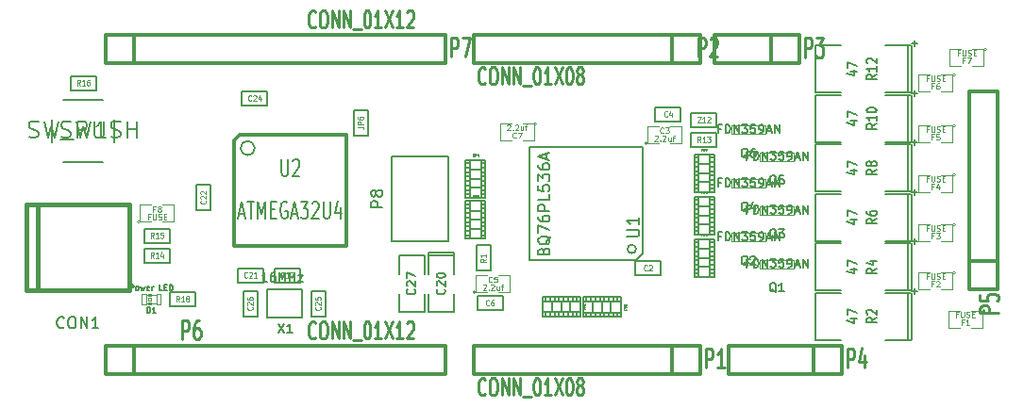
<source format=gto>
G04 (created by PCBNEW (2013-may-18)-stable) date Tue Apr  7 22:42:00 2015*
%MOIN*%
G04 Gerber Fmt 3.4, Leading zero omitted, Abs format*
%FSLAX34Y34*%
G01*
G70*
G90*
G04 APERTURE LIST*
%ADD10C,0.00393701*%
%ADD11C,0.0059*%
%ADD12C,0.005*%
%ADD13C,0.015*%
%ADD14C,0.012*%
%ADD15C,0.008*%
%ADD16C,0.0047*%
%ADD17C,0.0039*%
%ADD18C,0.0026*%
%ADD19C,0.004*%
%ADD20C,0.00590551*%
%ADD21C,0.0045*%
%ADD22C,0.0051*%
%ADD23C,0.0043*%
%ADD24C,0.0107*%
%ADD25C,0.01*%
%ADD26C,0.0106*%
%ADD27C,0.0016*%
%ADD28C,0.006*%
G04 APERTURE END LIST*
G54D10*
G54D11*
X90321Y-47528D02*
X90321Y-45874D01*
X90440Y-47528D02*
X90440Y-45874D01*
X87054Y-47528D02*
X87054Y-45874D01*
X87961Y-45872D02*
X87061Y-45872D01*
X87061Y-47530D02*
X87961Y-47530D01*
X89534Y-47530D02*
X90434Y-47530D01*
X90433Y-45872D02*
X89533Y-45872D01*
X90321Y-45778D02*
X90321Y-44124D01*
X90440Y-45778D02*
X90440Y-44124D01*
X87054Y-45778D02*
X87054Y-44124D01*
X87961Y-44122D02*
X87061Y-44122D01*
X87061Y-45780D02*
X87961Y-45780D01*
X89534Y-45780D02*
X90434Y-45780D01*
X90433Y-44122D02*
X89533Y-44122D01*
X90321Y-44028D02*
X90321Y-42374D01*
X90440Y-44028D02*
X90440Y-42374D01*
X87054Y-44028D02*
X87054Y-42374D01*
X87961Y-42372D02*
X87061Y-42372D01*
X87061Y-44030D02*
X87961Y-44030D01*
X89534Y-44030D02*
X90434Y-44030D01*
X90433Y-42372D02*
X89533Y-42372D01*
X90321Y-42278D02*
X90321Y-40624D01*
X90440Y-42278D02*
X90440Y-40624D01*
X87054Y-42278D02*
X87054Y-40624D01*
X87961Y-40622D02*
X87061Y-40622D01*
X87061Y-42280D02*
X87961Y-42280D01*
X89534Y-42280D02*
X90434Y-42280D01*
X90433Y-40622D02*
X89533Y-40622D01*
X90321Y-40528D02*
X90321Y-38874D01*
X90440Y-40528D02*
X90440Y-38874D01*
X87054Y-40528D02*
X87054Y-38874D01*
X87961Y-38872D02*
X87061Y-38872D01*
X87061Y-40530D02*
X87961Y-40530D01*
X89534Y-40530D02*
X90434Y-40530D01*
X90433Y-38872D02*
X89533Y-38872D01*
X90321Y-49278D02*
X90321Y-47624D01*
X90440Y-49278D02*
X90440Y-47624D01*
X87054Y-49278D02*
X87054Y-47624D01*
X87961Y-47622D02*
X87061Y-47622D01*
X87061Y-49280D02*
X87961Y-49280D01*
X89534Y-49280D02*
X90434Y-49280D01*
X90433Y-47622D02*
X89533Y-47622D01*
G54D12*
X82667Y-41261D02*
X83567Y-41261D01*
X83567Y-41261D02*
X83567Y-41761D01*
X83567Y-41761D02*
X82667Y-41761D01*
X82667Y-41761D02*
X82667Y-41261D01*
X83567Y-42461D02*
X82667Y-42461D01*
X82667Y-42461D02*
X82667Y-41961D01*
X82667Y-41961D02*
X83567Y-41961D01*
X83567Y-41961D02*
X83567Y-42461D01*
G54D13*
X59583Y-44484D02*
X59583Y-47516D01*
X59189Y-44484D02*
X59189Y-47516D01*
X59189Y-47516D02*
X62811Y-47516D01*
X62811Y-47516D02*
X62811Y-44484D01*
X62811Y-44484D02*
X59189Y-44484D01*
G54D14*
X70470Y-42030D02*
X70470Y-45970D01*
X70470Y-45970D02*
X66530Y-45970D01*
X66530Y-42220D02*
X66530Y-45970D01*
X66720Y-42030D02*
X70470Y-42030D01*
X66530Y-42220D02*
X66720Y-42030D01*
G54D15*
X67250Y-42500D02*
G75*
G03X67250Y-42500I-250J0D01*
G74*
G01*
G54D16*
X85297Y-42001D02*
X84097Y-42001D01*
X84097Y-42001D02*
X84097Y-41701D01*
X84097Y-41701D02*
X85297Y-41701D01*
X85297Y-41701D02*
X85297Y-42001D01*
X86297Y-42951D02*
X85097Y-42951D01*
X85097Y-42951D02*
X85097Y-42651D01*
X85097Y-42651D02*
X86297Y-42651D01*
X86297Y-42651D02*
X86297Y-42951D01*
X85297Y-43901D02*
X84097Y-43901D01*
X84097Y-43901D02*
X84097Y-43601D01*
X84097Y-43601D02*
X85297Y-43601D01*
X85297Y-43601D02*
X85297Y-43901D01*
X86297Y-44851D02*
X85097Y-44851D01*
X85097Y-44851D02*
X85097Y-44551D01*
X85097Y-44551D02*
X86297Y-44551D01*
X86297Y-44551D02*
X86297Y-44851D01*
X85297Y-45801D02*
X84097Y-45801D01*
X84097Y-45801D02*
X84097Y-45501D01*
X84097Y-45501D02*
X85297Y-45501D01*
X85297Y-45501D02*
X85297Y-45801D01*
X86297Y-46751D02*
X85097Y-46751D01*
X85097Y-46751D02*
X85097Y-46451D01*
X85097Y-46451D02*
X86297Y-46451D01*
X86297Y-46451D02*
X86297Y-46751D01*
G54D12*
X74300Y-46300D02*
X74300Y-46200D01*
X74300Y-46200D02*
X73400Y-46200D01*
X73400Y-46200D02*
X73400Y-46300D01*
X74300Y-46300D02*
X73400Y-46300D01*
X73400Y-46300D02*
X73400Y-46950D01*
X74300Y-47650D02*
X74300Y-48300D01*
X74300Y-48300D02*
X73400Y-48300D01*
X73400Y-48300D02*
X73400Y-47650D01*
X74300Y-46950D02*
X74300Y-46300D01*
G54D17*
X91997Y-45201D02*
G75*
G03X91997Y-45201I-50J0D01*
G74*
G01*
X91497Y-45201D02*
X91897Y-45201D01*
X91897Y-45201D02*
X91897Y-45801D01*
X91897Y-45801D02*
X91497Y-45801D01*
X91097Y-45801D02*
X90697Y-45801D01*
X90697Y-45801D02*
X90697Y-45201D01*
X90697Y-45201D02*
X91097Y-45201D01*
X91997Y-43451D02*
G75*
G03X91997Y-43451I-50J0D01*
G74*
G01*
X91497Y-43451D02*
X91897Y-43451D01*
X91897Y-43451D02*
X91897Y-44051D01*
X91897Y-44051D02*
X91497Y-44051D01*
X91097Y-44051D02*
X90697Y-44051D01*
X90697Y-44051D02*
X90697Y-43451D01*
X90697Y-43451D02*
X91097Y-43451D01*
X91997Y-46901D02*
G75*
G03X91997Y-46901I-50J0D01*
G74*
G01*
X91497Y-46901D02*
X91897Y-46901D01*
X91897Y-46901D02*
X91897Y-47501D01*
X91897Y-47501D02*
X91497Y-47501D01*
X91097Y-47501D02*
X90697Y-47501D01*
X90697Y-47501D02*
X90697Y-46901D01*
X90697Y-46901D02*
X91097Y-46901D01*
X91997Y-41701D02*
G75*
G03X91997Y-41701I-50J0D01*
G74*
G01*
X91497Y-41701D02*
X91897Y-41701D01*
X91897Y-41701D02*
X91897Y-42301D01*
X91897Y-42301D02*
X91497Y-42301D01*
X91097Y-42301D02*
X90697Y-42301D01*
X90697Y-42301D02*
X90697Y-41701D01*
X90697Y-41701D02*
X91097Y-41701D01*
X91997Y-39901D02*
G75*
G03X91997Y-39901I-50J0D01*
G74*
G01*
X91497Y-39901D02*
X91897Y-39901D01*
X91897Y-39901D02*
X91897Y-40501D01*
X91897Y-40501D02*
X91497Y-40501D01*
X91097Y-40501D02*
X90697Y-40501D01*
X90697Y-40501D02*
X90697Y-39901D01*
X90697Y-39901D02*
X91097Y-39901D01*
X93097Y-39001D02*
G75*
G03X93097Y-39001I-50J0D01*
G74*
G01*
X92597Y-39001D02*
X92997Y-39001D01*
X92997Y-39001D02*
X92997Y-39601D01*
X92997Y-39601D02*
X92597Y-39601D01*
X92197Y-39601D02*
X91797Y-39601D01*
X91797Y-39601D02*
X91797Y-39001D01*
X91797Y-39001D02*
X92197Y-39001D01*
X93047Y-48251D02*
G75*
G03X93047Y-48251I-50J0D01*
G74*
G01*
X92547Y-48251D02*
X92947Y-48251D01*
X92947Y-48251D02*
X92947Y-48851D01*
X92947Y-48851D02*
X92547Y-48851D01*
X92147Y-48851D02*
X91747Y-48851D01*
X91747Y-48851D02*
X91747Y-48251D01*
X91747Y-48251D02*
X92147Y-48251D01*
X63200Y-45100D02*
G75*
G03X63200Y-45100I-50J0D01*
G74*
G01*
X63600Y-45100D02*
X63200Y-45100D01*
X63200Y-45100D02*
X63200Y-44500D01*
X63200Y-44500D02*
X63600Y-44500D01*
X64000Y-44500D02*
X64400Y-44500D01*
X64400Y-44500D02*
X64400Y-45100D01*
X64400Y-45100D02*
X64000Y-45100D01*
X77207Y-41641D02*
G75*
G03X77207Y-41641I-50J0D01*
G74*
G01*
X76707Y-41641D02*
X77107Y-41641D01*
X77107Y-41641D02*
X77107Y-42241D01*
X77107Y-42241D02*
X76707Y-42241D01*
X76307Y-42241D02*
X75907Y-42241D01*
X75907Y-42241D02*
X75907Y-41641D01*
X75907Y-41641D02*
X76307Y-41641D01*
X81117Y-42321D02*
G75*
G03X81117Y-42321I-50J0D01*
G74*
G01*
X81517Y-42321D02*
X81117Y-42321D01*
X81117Y-42321D02*
X81117Y-41721D01*
X81117Y-41721D02*
X81517Y-41721D01*
X81917Y-41721D02*
X82317Y-41721D01*
X82317Y-41721D02*
X82317Y-42321D01*
X82317Y-42321D02*
X81917Y-42321D01*
X75060Y-47590D02*
G75*
G03X75060Y-47590I-50J0D01*
G74*
G01*
X75460Y-47590D02*
X75060Y-47590D01*
X75060Y-47590D02*
X75060Y-46990D01*
X75060Y-46990D02*
X75460Y-46990D01*
X75860Y-46990D02*
X76260Y-46990D01*
X76260Y-46990D02*
X76260Y-47590D01*
X76260Y-47590D02*
X75860Y-47590D01*
G54D12*
X70750Y-42050D02*
X70750Y-41150D01*
X70750Y-41150D02*
X71250Y-41150D01*
X71250Y-41150D02*
X71250Y-42050D01*
X71250Y-42050D02*
X70750Y-42050D01*
X63350Y-46050D02*
X64250Y-46050D01*
X64250Y-46050D02*
X64250Y-46550D01*
X64250Y-46550D02*
X63350Y-46550D01*
X63350Y-46550D02*
X63350Y-46050D01*
X67700Y-41000D02*
X66800Y-41000D01*
X66800Y-41000D02*
X66800Y-40500D01*
X66800Y-40500D02*
X67700Y-40500D01*
X67700Y-40500D02*
X67700Y-41000D01*
X65200Y-44700D02*
X65200Y-43800D01*
X65200Y-43800D02*
X65700Y-43800D01*
X65700Y-43800D02*
X65700Y-44700D01*
X65700Y-44700D02*
X65200Y-44700D01*
X67550Y-47250D02*
X66650Y-47250D01*
X66650Y-47250D02*
X66650Y-46750D01*
X66650Y-46750D02*
X67550Y-46750D01*
X67550Y-46750D02*
X67550Y-47250D01*
X61650Y-40450D02*
X60750Y-40450D01*
X60750Y-40450D02*
X60750Y-39950D01*
X60750Y-39950D02*
X61650Y-39950D01*
X61650Y-39950D02*
X61650Y-40450D01*
X64250Y-47600D02*
X65150Y-47600D01*
X65150Y-47600D02*
X65150Y-48100D01*
X65150Y-48100D02*
X64250Y-48100D01*
X64250Y-48100D02*
X64250Y-47600D01*
X66850Y-48450D02*
X66850Y-47550D01*
X66850Y-47550D02*
X67350Y-47550D01*
X67350Y-47550D02*
X67350Y-48450D01*
X67350Y-48450D02*
X66850Y-48450D01*
X69750Y-47550D02*
X69750Y-48450D01*
X69750Y-48450D02*
X69250Y-48450D01*
X69250Y-48450D02*
X69250Y-47550D01*
X69250Y-47550D02*
X69750Y-47550D01*
X68850Y-47250D02*
X67950Y-47250D01*
X67950Y-47250D02*
X67950Y-46750D01*
X67950Y-46750D02*
X68850Y-46750D01*
X68850Y-46750D02*
X68850Y-47250D01*
X80687Y-46501D02*
X81587Y-46501D01*
X81587Y-46501D02*
X81587Y-47001D01*
X81587Y-47001D02*
X80687Y-47001D01*
X80687Y-47001D02*
X80687Y-46501D01*
X81397Y-41061D02*
X82297Y-41061D01*
X82297Y-41061D02*
X82297Y-41561D01*
X82297Y-41561D02*
X81397Y-41561D01*
X81397Y-41561D02*
X81397Y-41061D01*
X75110Y-47740D02*
X76010Y-47740D01*
X76010Y-47740D02*
X76010Y-48240D01*
X76010Y-48240D02*
X75110Y-48240D01*
X75110Y-48240D02*
X75110Y-47740D01*
X75577Y-45941D02*
X75577Y-46841D01*
X75577Y-46841D02*
X75077Y-46841D01*
X75077Y-46841D02*
X75077Y-45941D01*
X75077Y-45941D02*
X75577Y-45941D01*
G54D14*
X82997Y-50501D02*
X74997Y-50501D01*
X74997Y-50501D02*
X74997Y-49501D01*
X74997Y-49501D02*
X82997Y-49501D01*
X82997Y-49501D02*
X82997Y-50501D01*
X81997Y-49501D02*
X81997Y-50501D01*
X82997Y-39501D02*
X74997Y-39501D01*
X74997Y-39501D02*
X74997Y-38501D01*
X74997Y-38501D02*
X82997Y-38501D01*
X82997Y-38501D02*
X82997Y-39501D01*
X81997Y-38501D02*
X81997Y-39501D01*
X92497Y-47501D02*
X92497Y-47501D01*
X92497Y-47501D02*
X92497Y-40501D01*
X92497Y-40501D02*
X93497Y-40501D01*
X93497Y-40501D02*
X93497Y-47501D01*
X93497Y-47501D02*
X92497Y-47501D01*
X93497Y-46501D02*
X93497Y-46501D01*
X93497Y-46501D02*
X92497Y-46501D01*
X87997Y-50501D02*
X87997Y-50501D01*
X87997Y-49501D02*
X87997Y-50501D01*
X87997Y-50501D02*
X87997Y-50501D01*
X87997Y-50501D02*
X83997Y-50501D01*
X83997Y-50501D02*
X83997Y-49501D01*
X83997Y-49501D02*
X87997Y-49501D01*
X86997Y-49501D02*
X86997Y-50501D01*
X86497Y-38501D02*
X86497Y-39501D01*
X86497Y-39501D02*
X83497Y-39501D01*
X83497Y-39501D02*
X83497Y-38501D01*
X83497Y-38501D02*
X86497Y-38501D01*
X85497Y-39501D02*
X85497Y-38501D01*
X62000Y-50500D02*
X62000Y-50500D01*
X62000Y-50500D02*
X62000Y-49500D01*
X62000Y-49500D02*
X72000Y-49500D01*
X72000Y-50500D02*
X62000Y-50500D01*
X63000Y-50500D02*
X63000Y-49500D01*
X72000Y-49500D02*
X73750Y-49500D01*
X73750Y-49500D02*
X74000Y-49500D01*
X74000Y-49500D02*
X74000Y-50500D01*
X74000Y-50500D02*
X72000Y-50500D01*
X62000Y-39500D02*
X62000Y-39500D01*
X62000Y-39500D02*
X62000Y-38500D01*
X62000Y-38500D02*
X72000Y-38500D01*
X72000Y-39500D02*
X62000Y-39500D01*
X63000Y-39500D02*
X63000Y-38500D01*
X72000Y-38500D02*
X73750Y-38500D01*
X73750Y-38500D02*
X74000Y-38500D01*
X74000Y-38500D02*
X74000Y-39500D01*
X74000Y-39500D02*
X72000Y-39500D01*
G54D12*
X80186Y-48313D02*
X78848Y-48313D01*
X78848Y-47919D02*
X80186Y-47919D01*
X80186Y-47762D02*
X78848Y-47762D01*
X78848Y-48470D02*
X80186Y-48470D01*
X80186Y-47762D02*
X80186Y-48470D01*
X78848Y-47762D02*
X78848Y-48470D01*
X79832Y-47919D02*
X79832Y-48313D01*
X79517Y-47919D02*
X79517Y-48313D01*
X79202Y-47919D02*
X79202Y-48313D01*
X80068Y-47762D02*
X80068Y-47919D01*
X80068Y-48313D02*
X80068Y-48470D01*
X79911Y-47762D02*
X79911Y-47919D01*
X79911Y-48313D02*
X79911Y-48470D01*
X79753Y-48470D02*
X79753Y-48313D01*
X79753Y-47919D02*
X79753Y-47762D01*
X79596Y-47762D02*
X79596Y-47919D01*
X79596Y-48313D02*
X79596Y-48470D01*
X79438Y-48470D02*
X79438Y-48313D01*
X79438Y-47919D02*
X79438Y-47762D01*
X79281Y-47762D02*
X79281Y-47919D01*
X79281Y-48313D02*
X79281Y-48470D01*
X78966Y-48313D02*
X78966Y-48470D01*
X79123Y-48313D02*
X79123Y-48470D01*
X79123Y-47762D02*
X79123Y-47919D01*
X78966Y-47762D02*
X78966Y-47919D01*
X78746Y-48308D02*
X77408Y-48308D01*
X77408Y-47914D02*
X78746Y-47914D01*
X78746Y-47757D02*
X77408Y-47757D01*
X77408Y-48465D02*
X78746Y-48465D01*
X78746Y-47757D02*
X78746Y-48465D01*
X77408Y-47757D02*
X77408Y-48465D01*
X78392Y-47914D02*
X78392Y-48308D01*
X78077Y-47914D02*
X78077Y-48308D01*
X77762Y-47914D02*
X77762Y-48308D01*
X78628Y-47757D02*
X78628Y-47914D01*
X78628Y-48308D02*
X78628Y-48465D01*
X78471Y-47757D02*
X78471Y-47914D01*
X78471Y-48308D02*
X78471Y-48465D01*
X78313Y-48465D02*
X78313Y-48308D01*
X78313Y-47914D02*
X78313Y-47757D01*
X78156Y-47757D02*
X78156Y-47914D01*
X78156Y-48308D02*
X78156Y-48465D01*
X77998Y-48465D02*
X77998Y-48308D01*
X77998Y-47914D02*
X77998Y-47757D01*
X77841Y-47757D02*
X77841Y-47914D01*
X77841Y-48308D02*
X77841Y-48465D01*
X77526Y-48308D02*
X77526Y-48465D01*
X77683Y-48308D02*
X77683Y-48465D01*
X77683Y-47757D02*
X77683Y-47914D01*
X77526Y-47757D02*
X77526Y-47914D01*
X75244Y-42917D02*
X75244Y-44255D01*
X74850Y-44255D02*
X74850Y-42917D01*
X74693Y-42917D02*
X74693Y-44255D01*
X75401Y-44255D02*
X75401Y-42917D01*
X74693Y-42917D02*
X75401Y-42917D01*
X74693Y-44255D02*
X75401Y-44255D01*
X74850Y-43271D02*
X75244Y-43271D01*
X74850Y-43586D02*
X75244Y-43586D01*
X74850Y-43901D02*
X75244Y-43901D01*
X74693Y-43035D02*
X74850Y-43035D01*
X75244Y-43035D02*
X75401Y-43035D01*
X74693Y-43192D02*
X74850Y-43192D01*
X75244Y-43192D02*
X75401Y-43192D01*
X75401Y-43350D02*
X75244Y-43350D01*
X74850Y-43350D02*
X74693Y-43350D01*
X74693Y-43507D02*
X74850Y-43507D01*
X75244Y-43507D02*
X75401Y-43507D01*
X75401Y-43665D02*
X75244Y-43665D01*
X74850Y-43665D02*
X74693Y-43665D01*
X74693Y-43822D02*
X74850Y-43822D01*
X75244Y-43822D02*
X75401Y-43822D01*
X75244Y-44137D02*
X75401Y-44137D01*
X75244Y-43980D02*
X75401Y-43980D01*
X74693Y-43980D02*
X74850Y-43980D01*
X74693Y-44137D02*
X74850Y-44137D01*
X75244Y-44367D02*
X75244Y-45705D01*
X74850Y-45705D02*
X74850Y-44367D01*
X74693Y-44367D02*
X74693Y-45705D01*
X75401Y-45705D02*
X75401Y-44367D01*
X74693Y-44367D02*
X75401Y-44367D01*
X74693Y-45705D02*
X75401Y-45705D01*
X74850Y-44721D02*
X75244Y-44721D01*
X74850Y-45036D02*
X75244Y-45036D01*
X74850Y-45351D02*
X75244Y-45351D01*
X74693Y-44485D02*
X74850Y-44485D01*
X75244Y-44485D02*
X75401Y-44485D01*
X74693Y-44642D02*
X74850Y-44642D01*
X75244Y-44642D02*
X75401Y-44642D01*
X75401Y-44800D02*
X75244Y-44800D01*
X74850Y-44800D02*
X74693Y-44800D01*
X74693Y-44957D02*
X74850Y-44957D01*
X75244Y-44957D02*
X75401Y-44957D01*
X75401Y-45115D02*
X75244Y-45115D01*
X74850Y-45115D02*
X74693Y-45115D01*
X74693Y-45272D02*
X74850Y-45272D01*
X75244Y-45272D02*
X75401Y-45272D01*
X75244Y-45587D02*
X75401Y-45587D01*
X75244Y-45430D02*
X75401Y-45430D01*
X74693Y-45430D02*
X74850Y-45430D01*
X74693Y-45587D02*
X74850Y-45587D01*
X83324Y-42722D02*
X83324Y-44060D01*
X82930Y-44060D02*
X82930Y-42722D01*
X82773Y-42722D02*
X82773Y-44060D01*
X83481Y-44060D02*
X83481Y-42722D01*
X82773Y-42722D02*
X83481Y-42722D01*
X82773Y-44060D02*
X83481Y-44060D01*
X82930Y-43076D02*
X83324Y-43076D01*
X82930Y-43391D02*
X83324Y-43391D01*
X82930Y-43706D02*
X83324Y-43706D01*
X82773Y-42840D02*
X82930Y-42840D01*
X83324Y-42840D02*
X83481Y-42840D01*
X82773Y-42997D02*
X82930Y-42997D01*
X83324Y-42997D02*
X83481Y-42997D01*
X83481Y-43155D02*
X83324Y-43155D01*
X82930Y-43155D02*
X82773Y-43155D01*
X82773Y-43312D02*
X82930Y-43312D01*
X83324Y-43312D02*
X83481Y-43312D01*
X83481Y-43470D02*
X83324Y-43470D01*
X82930Y-43470D02*
X82773Y-43470D01*
X82773Y-43627D02*
X82930Y-43627D01*
X83324Y-43627D02*
X83481Y-43627D01*
X83324Y-43942D02*
X83481Y-43942D01*
X83324Y-43785D02*
X83481Y-43785D01*
X82773Y-43785D02*
X82930Y-43785D01*
X82773Y-43942D02*
X82930Y-43942D01*
X83324Y-44222D02*
X83324Y-45560D01*
X82930Y-45560D02*
X82930Y-44222D01*
X82773Y-44222D02*
X82773Y-45560D01*
X83481Y-45560D02*
X83481Y-44222D01*
X82773Y-44222D02*
X83481Y-44222D01*
X82773Y-45560D02*
X83481Y-45560D01*
X82930Y-44576D02*
X83324Y-44576D01*
X82930Y-44891D02*
X83324Y-44891D01*
X82930Y-45206D02*
X83324Y-45206D01*
X82773Y-44340D02*
X82930Y-44340D01*
X83324Y-44340D02*
X83481Y-44340D01*
X82773Y-44497D02*
X82930Y-44497D01*
X83324Y-44497D02*
X83481Y-44497D01*
X83481Y-44655D02*
X83324Y-44655D01*
X82930Y-44655D02*
X82773Y-44655D01*
X82773Y-44812D02*
X82930Y-44812D01*
X83324Y-44812D02*
X83481Y-44812D01*
X83481Y-44970D02*
X83324Y-44970D01*
X82930Y-44970D02*
X82773Y-44970D01*
X82773Y-45127D02*
X82930Y-45127D01*
X83324Y-45127D02*
X83481Y-45127D01*
X83324Y-45442D02*
X83481Y-45442D01*
X83324Y-45285D02*
X83481Y-45285D01*
X82773Y-45285D02*
X82930Y-45285D01*
X82773Y-45442D02*
X82930Y-45442D01*
X83324Y-45722D02*
X83324Y-47060D01*
X82930Y-47060D02*
X82930Y-45722D01*
X82773Y-45722D02*
X82773Y-47060D01*
X83481Y-47060D02*
X83481Y-45722D01*
X82773Y-45722D02*
X83481Y-45722D01*
X82773Y-47060D02*
X83481Y-47060D01*
X82930Y-46076D02*
X83324Y-46076D01*
X82930Y-46391D02*
X83324Y-46391D01*
X82930Y-46706D02*
X83324Y-46706D01*
X82773Y-45840D02*
X82930Y-45840D01*
X83324Y-45840D02*
X83481Y-45840D01*
X82773Y-45997D02*
X82930Y-45997D01*
X83324Y-45997D02*
X83481Y-45997D01*
X83481Y-46155D02*
X83324Y-46155D01*
X82930Y-46155D02*
X82773Y-46155D01*
X82773Y-46312D02*
X82930Y-46312D01*
X83324Y-46312D02*
X83481Y-46312D01*
X83481Y-46470D02*
X83324Y-46470D01*
X82930Y-46470D02*
X82773Y-46470D01*
X82773Y-46627D02*
X82930Y-46627D01*
X83324Y-46627D02*
X83481Y-46627D01*
X83324Y-46942D02*
X83481Y-46942D01*
X83324Y-46785D02*
X83481Y-46785D01*
X82773Y-46785D02*
X82930Y-46785D01*
X82773Y-46942D02*
X82930Y-46942D01*
G54D15*
X74100Y-42800D02*
X74100Y-45800D01*
X72100Y-45800D02*
X72100Y-42800D01*
X72100Y-42800D02*
X74100Y-42800D01*
X74100Y-45800D02*
X72100Y-45800D01*
G54D18*
X63423Y-48027D02*
X63423Y-47673D01*
X63423Y-47673D02*
X63266Y-47673D01*
X63266Y-48027D02*
X63266Y-47673D01*
X63423Y-48027D02*
X63266Y-48027D01*
X63934Y-48027D02*
X63934Y-47673D01*
X63934Y-47673D02*
X63777Y-47673D01*
X63777Y-48027D02*
X63777Y-47673D01*
X63934Y-48027D02*
X63777Y-48027D01*
X63600Y-48027D02*
X63600Y-47968D01*
X63600Y-47968D02*
X63482Y-47968D01*
X63482Y-48027D02*
X63482Y-47968D01*
X63600Y-48027D02*
X63482Y-48027D01*
X63600Y-47732D02*
X63600Y-47673D01*
X63600Y-47673D02*
X63482Y-47673D01*
X63482Y-47732D02*
X63482Y-47673D01*
X63600Y-47732D02*
X63482Y-47732D01*
X63600Y-47909D02*
X63600Y-47791D01*
X63600Y-47791D02*
X63482Y-47791D01*
X63482Y-47909D02*
X63482Y-47791D01*
X63600Y-47909D02*
X63482Y-47909D01*
G54D19*
X63423Y-48007D02*
X63777Y-48007D01*
X63423Y-47693D02*
X63777Y-47693D01*
G54D20*
X68929Y-48511D02*
X67670Y-48511D01*
X67670Y-48511D02*
X67670Y-47488D01*
X67670Y-47488D02*
X68929Y-47488D01*
X68929Y-47488D02*
X68929Y-48511D01*
G54D12*
X63350Y-45350D02*
X64250Y-45350D01*
X64250Y-45350D02*
X64250Y-45850D01*
X64250Y-45850D02*
X63350Y-45850D01*
X63350Y-45850D02*
X63350Y-45350D01*
G54D20*
X60500Y-40800D02*
X61900Y-40800D01*
X60100Y-42300D02*
X60100Y-41500D01*
X62300Y-42300D02*
X62300Y-41500D01*
X60500Y-43000D02*
X61900Y-43000D01*
G54D12*
X73250Y-46300D02*
X72350Y-46300D01*
X72350Y-46300D02*
X72350Y-46950D01*
X73250Y-47650D02*
X73250Y-48300D01*
X73250Y-48300D02*
X72350Y-48300D01*
X72350Y-48300D02*
X72350Y-47650D01*
X73250Y-46950D02*
X73250Y-46300D01*
G54D15*
X80715Y-46069D02*
G75*
G03X80715Y-46069I-150J0D01*
G74*
G01*
X76965Y-42469D02*
X76965Y-46469D01*
X76965Y-46469D02*
X80715Y-46469D01*
X80715Y-46469D02*
X80965Y-46219D01*
X80965Y-46219D02*
X80965Y-42469D01*
X80965Y-42469D02*
X76965Y-42469D01*
G54D12*
X89203Y-46751D02*
X89037Y-46851D01*
X89203Y-46922D02*
X88853Y-46922D01*
X88853Y-46808D01*
X88870Y-46779D01*
X88887Y-46765D01*
X88920Y-46751D01*
X88970Y-46751D01*
X89003Y-46765D01*
X89020Y-46779D01*
X89037Y-46808D01*
X89037Y-46922D01*
X88970Y-46493D02*
X89203Y-46493D01*
X88837Y-46565D02*
X89087Y-46636D01*
X89087Y-46451D01*
X88301Y-46786D02*
X88534Y-46786D01*
X88168Y-46858D02*
X88418Y-46929D01*
X88418Y-46743D01*
X88184Y-46658D02*
X88184Y-46458D01*
X88534Y-46586D01*
G54D20*
X90453Y-45801D02*
X90662Y-45801D01*
X90558Y-45906D02*
X90558Y-45696D01*
G54D12*
X89203Y-45001D02*
X89037Y-45101D01*
X89203Y-45172D02*
X88853Y-45172D01*
X88853Y-45058D01*
X88870Y-45029D01*
X88887Y-45015D01*
X88920Y-45001D01*
X88970Y-45001D01*
X89003Y-45015D01*
X89020Y-45029D01*
X89037Y-45058D01*
X89037Y-45172D01*
X88853Y-44743D02*
X88853Y-44801D01*
X88870Y-44829D01*
X88887Y-44843D01*
X88937Y-44872D01*
X89003Y-44886D01*
X89137Y-44886D01*
X89170Y-44872D01*
X89187Y-44858D01*
X89203Y-44829D01*
X89203Y-44772D01*
X89187Y-44743D01*
X89170Y-44729D01*
X89137Y-44715D01*
X89053Y-44715D01*
X89020Y-44729D01*
X89003Y-44743D01*
X88987Y-44772D01*
X88987Y-44829D01*
X89003Y-44858D01*
X89020Y-44872D01*
X89053Y-44886D01*
X88301Y-45036D02*
X88534Y-45036D01*
X88168Y-45108D02*
X88418Y-45179D01*
X88418Y-44993D01*
X88184Y-44908D02*
X88184Y-44708D01*
X88534Y-44836D01*
G54D20*
X90453Y-44051D02*
X90662Y-44051D01*
X90558Y-44156D02*
X90558Y-43946D01*
G54D12*
X89203Y-43251D02*
X89037Y-43351D01*
X89203Y-43422D02*
X88853Y-43422D01*
X88853Y-43308D01*
X88870Y-43279D01*
X88887Y-43265D01*
X88920Y-43251D01*
X88970Y-43251D01*
X89003Y-43265D01*
X89020Y-43279D01*
X89037Y-43308D01*
X89037Y-43422D01*
X89003Y-43079D02*
X88987Y-43108D01*
X88970Y-43122D01*
X88937Y-43136D01*
X88920Y-43136D01*
X88887Y-43122D01*
X88870Y-43108D01*
X88853Y-43079D01*
X88853Y-43022D01*
X88870Y-42993D01*
X88887Y-42979D01*
X88920Y-42965D01*
X88937Y-42965D01*
X88970Y-42979D01*
X88987Y-42993D01*
X89003Y-43022D01*
X89003Y-43079D01*
X89020Y-43108D01*
X89037Y-43122D01*
X89070Y-43136D01*
X89137Y-43136D01*
X89170Y-43122D01*
X89187Y-43108D01*
X89203Y-43079D01*
X89203Y-43022D01*
X89187Y-42993D01*
X89170Y-42979D01*
X89137Y-42965D01*
X89070Y-42965D01*
X89037Y-42979D01*
X89020Y-42993D01*
X89003Y-43022D01*
X88301Y-43286D02*
X88534Y-43286D01*
X88168Y-43358D02*
X88418Y-43429D01*
X88418Y-43243D01*
X88184Y-43158D02*
X88184Y-42958D01*
X88534Y-43086D01*
G54D20*
X90453Y-42301D02*
X90662Y-42301D01*
X90558Y-42406D02*
X90558Y-42196D01*
G54D12*
X89203Y-41643D02*
X89037Y-41743D01*
X89203Y-41815D02*
X88853Y-41815D01*
X88853Y-41701D01*
X88870Y-41672D01*
X88887Y-41658D01*
X88920Y-41643D01*
X88970Y-41643D01*
X89003Y-41658D01*
X89020Y-41672D01*
X89037Y-41701D01*
X89037Y-41815D01*
X89203Y-41358D02*
X89203Y-41529D01*
X89203Y-41443D02*
X88853Y-41443D01*
X88903Y-41472D01*
X88937Y-41501D01*
X88953Y-41529D01*
X88853Y-41172D02*
X88853Y-41143D01*
X88870Y-41115D01*
X88887Y-41101D01*
X88920Y-41086D01*
X88987Y-41072D01*
X89070Y-41072D01*
X89137Y-41086D01*
X89170Y-41101D01*
X89187Y-41115D01*
X89203Y-41143D01*
X89203Y-41172D01*
X89187Y-41201D01*
X89170Y-41215D01*
X89137Y-41229D01*
X89070Y-41243D01*
X88987Y-41243D01*
X88920Y-41229D01*
X88887Y-41215D01*
X88870Y-41201D01*
X88853Y-41172D01*
X88301Y-41536D02*
X88534Y-41536D01*
X88168Y-41608D02*
X88418Y-41679D01*
X88418Y-41493D01*
X88184Y-41408D02*
X88184Y-41208D01*
X88534Y-41336D01*
G54D20*
X90453Y-40551D02*
X90662Y-40551D01*
X90558Y-40656D02*
X90558Y-40446D01*
G54D12*
X89203Y-39893D02*
X89037Y-39993D01*
X89203Y-40065D02*
X88853Y-40065D01*
X88853Y-39951D01*
X88870Y-39922D01*
X88887Y-39908D01*
X88920Y-39893D01*
X88970Y-39893D01*
X89003Y-39908D01*
X89020Y-39922D01*
X89037Y-39951D01*
X89037Y-40065D01*
X89203Y-39608D02*
X89203Y-39779D01*
X89203Y-39693D02*
X88853Y-39693D01*
X88903Y-39722D01*
X88937Y-39751D01*
X88953Y-39779D01*
X88887Y-39493D02*
X88870Y-39479D01*
X88853Y-39451D01*
X88853Y-39379D01*
X88870Y-39351D01*
X88887Y-39336D01*
X88920Y-39322D01*
X88953Y-39322D01*
X89003Y-39336D01*
X89203Y-39508D01*
X89203Y-39322D01*
X88301Y-39786D02*
X88534Y-39786D01*
X88168Y-39858D02*
X88418Y-39929D01*
X88418Y-39743D01*
X88184Y-39658D02*
X88184Y-39458D01*
X88534Y-39586D01*
G54D20*
X90453Y-38801D02*
X90662Y-38801D01*
X90558Y-38906D02*
X90558Y-38696D01*
G54D12*
X89203Y-48501D02*
X89037Y-48601D01*
X89203Y-48672D02*
X88853Y-48672D01*
X88853Y-48558D01*
X88870Y-48529D01*
X88887Y-48515D01*
X88920Y-48501D01*
X88970Y-48501D01*
X89003Y-48515D01*
X89020Y-48529D01*
X89037Y-48558D01*
X89037Y-48672D01*
X88887Y-48386D02*
X88870Y-48372D01*
X88853Y-48343D01*
X88853Y-48272D01*
X88870Y-48243D01*
X88887Y-48229D01*
X88920Y-48215D01*
X88953Y-48215D01*
X89003Y-48229D01*
X89203Y-48401D01*
X89203Y-48215D01*
X88301Y-48536D02*
X88534Y-48536D01*
X88168Y-48608D02*
X88418Y-48679D01*
X88418Y-48493D01*
X88184Y-48408D02*
X88184Y-48208D01*
X88534Y-48336D01*
G54D20*
X90453Y-47551D02*
X90662Y-47551D01*
X90558Y-47656D02*
X90558Y-47446D01*
G54D21*
X82885Y-41391D02*
X83005Y-41391D01*
X82885Y-41591D01*
X83005Y-41591D01*
X83168Y-41591D02*
X83065Y-41591D01*
X83117Y-41591D02*
X83117Y-41391D01*
X83099Y-41420D01*
X83082Y-41439D01*
X83065Y-41449D01*
X83237Y-41411D02*
X83245Y-41401D01*
X83262Y-41391D01*
X83305Y-41391D01*
X83322Y-41401D01*
X83331Y-41411D01*
X83339Y-41430D01*
X83339Y-41449D01*
X83331Y-41477D01*
X83228Y-41591D01*
X83339Y-41591D01*
X83001Y-42291D02*
X82941Y-42196D01*
X82898Y-42291D02*
X82898Y-42091D01*
X82967Y-42091D01*
X82984Y-42101D01*
X82992Y-42111D01*
X83001Y-42130D01*
X83001Y-42158D01*
X82992Y-42177D01*
X82984Y-42187D01*
X82967Y-42196D01*
X82898Y-42196D01*
X83172Y-42291D02*
X83069Y-42291D01*
X83121Y-42291D02*
X83121Y-42091D01*
X83104Y-42120D01*
X83087Y-42139D01*
X83069Y-42149D01*
X83232Y-42091D02*
X83344Y-42091D01*
X83284Y-42168D01*
X83309Y-42168D01*
X83327Y-42177D01*
X83335Y-42187D01*
X83344Y-42206D01*
X83344Y-42253D01*
X83335Y-42272D01*
X83327Y-42282D01*
X83309Y-42291D01*
X83258Y-42291D01*
X83241Y-42282D01*
X83232Y-42272D01*
G54D15*
X60514Y-48840D02*
X60495Y-48859D01*
X60438Y-48878D01*
X60400Y-48878D01*
X60342Y-48859D01*
X60304Y-48821D01*
X60285Y-48783D01*
X60266Y-48707D01*
X60266Y-48650D01*
X60285Y-48574D01*
X60304Y-48536D01*
X60342Y-48497D01*
X60400Y-48478D01*
X60438Y-48478D01*
X60495Y-48497D01*
X60514Y-48517D01*
X60761Y-48478D02*
X60838Y-48478D01*
X60876Y-48497D01*
X60914Y-48536D01*
X60933Y-48612D01*
X60933Y-48745D01*
X60914Y-48821D01*
X60876Y-48859D01*
X60838Y-48878D01*
X60761Y-48878D01*
X60723Y-48859D01*
X60685Y-48821D01*
X60666Y-48745D01*
X60666Y-48612D01*
X60685Y-48536D01*
X60723Y-48497D01*
X60761Y-48478D01*
X61104Y-48878D02*
X61104Y-48478D01*
X61333Y-48878D01*
X61333Y-48478D01*
X61733Y-48878D02*
X61504Y-48878D01*
X61619Y-48878D02*
X61619Y-48478D01*
X61580Y-48536D01*
X61542Y-48574D01*
X61504Y-48593D01*
X68195Y-42892D02*
X68195Y-43378D01*
X68214Y-43435D01*
X68233Y-43464D01*
X68271Y-43492D01*
X68347Y-43492D01*
X68385Y-43464D01*
X68404Y-43435D01*
X68423Y-43378D01*
X68423Y-42892D01*
X68595Y-42950D02*
X68614Y-42921D01*
X68652Y-42892D01*
X68747Y-42892D01*
X68785Y-42921D01*
X68804Y-42950D01*
X68823Y-43007D01*
X68823Y-43064D01*
X68804Y-43150D01*
X68576Y-43492D01*
X68823Y-43492D01*
X66690Y-44821D02*
X66880Y-44821D01*
X66652Y-44992D02*
X66785Y-44392D01*
X66919Y-44992D01*
X66995Y-44392D02*
X67223Y-44392D01*
X67109Y-44992D02*
X67109Y-44392D01*
X67357Y-44992D02*
X67357Y-44392D01*
X67490Y-44821D01*
X67623Y-44392D01*
X67623Y-44992D01*
X67814Y-44678D02*
X67947Y-44678D01*
X68004Y-44992D02*
X67814Y-44992D01*
X67814Y-44392D01*
X68004Y-44392D01*
X68385Y-44421D02*
X68347Y-44392D01*
X68290Y-44392D01*
X68233Y-44421D01*
X68195Y-44478D01*
X68176Y-44535D01*
X68157Y-44650D01*
X68157Y-44735D01*
X68176Y-44850D01*
X68195Y-44907D01*
X68233Y-44964D01*
X68290Y-44992D01*
X68328Y-44992D01*
X68385Y-44964D01*
X68404Y-44935D01*
X68404Y-44735D01*
X68328Y-44735D01*
X68557Y-44821D02*
X68747Y-44821D01*
X68519Y-44992D02*
X68652Y-44392D01*
X68785Y-44992D01*
X68880Y-44392D02*
X69128Y-44392D01*
X68995Y-44621D01*
X69052Y-44621D01*
X69090Y-44650D01*
X69109Y-44678D01*
X69128Y-44735D01*
X69128Y-44878D01*
X69109Y-44935D01*
X69090Y-44964D01*
X69052Y-44992D01*
X68938Y-44992D01*
X68900Y-44964D01*
X68880Y-44935D01*
X69280Y-44450D02*
X69300Y-44421D01*
X69338Y-44392D01*
X69433Y-44392D01*
X69471Y-44421D01*
X69490Y-44450D01*
X69509Y-44507D01*
X69509Y-44564D01*
X69490Y-44650D01*
X69261Y-44992D01*
X69509Y-44992D01*
X69680Y-44392D02*
X69680Y-44878D01*
X69700Y-44935D01*
X69719Y-44964D01*
X69757Y-44992D01*
X69833Y-44992D01*
X69871Y-44964D01*
X69890Y-44935D01*
X69909Y-44878D01*
X69909Y-44392D01*
X70271Y-44592D02*
X70271Y-44992D01*
X70176Y-44364D02*
X70080Y-44792D01*
X70328Y-44792D01*
G54D22*
X84668Y-42851D02*
X84639Y-42836D01*
X84611Y-42808D01*
X84568Y-42765D01*
X84539Y-42751D01*
X84511Y-42751D01*
X84525Y-42822D02*
X84497Y-42808D01*
X84468Y-42779D01*
X84454Y-42722D01*
X84454Y-42622D01*
X84468Y-42565D01*
X84497Y-42536D01*
X84525Y-42522D01*
X84582Y-42522D01*
X84611Y-42536D01*
X84639Y-42565D01*
X84654Y-42622D01*
X84654Y-42722D01*
X84639Y-42779D01*
X84611Y-42808D01*
X84582Y-42822D01*
X84525Y-42822D01*
X84911Y-42522D02*
X84854Y-42522D01*
X84825Y-42536D01*
X84811Y-42551D01*
X84782Y-42593D01*
X84768Y-42651D01*
X84768Y-42765D01*
X84782Y-42793D01*
X84797Y-42808D01*
X84825Y-42822D01*
X84882Y-42822D01*
X84911Y-42808D01*
X84925Y-42793D01*
X84939Y-42765D01*
X84939Y-42693D01*
X84925Y-42665D01*
X84911Y-42651D01*
X84882Y-42636D01*
X84825Y-42636D01*
X84797Y-42651D01*
X84782Y-42665D01*
X84768Y-42693D01*
X83718Y-41815D02*
X83618Y-41815D01*
X83618Y-41972D02*
X83618Y-41672D01*
X83761Y-41672D01*
X83875Y-41972D02*
X83875Y-41672D01*
X83947Y-41672D01*
X83989Y-41686D01*
X84018Y-41715D01*
X84032Y-41743D01*
X84047Y-41801D01*
X84047Y-41843D01*
X84032Y-41901D01*
X84018Y-41929D01*
X83989Y-41958D01*
X83947Y-41972D01*
X83875Y-41972D01*
X84175Y-41972D02*
X84175Y-41672D01*
X84347Y-41972D01*
X84347Y-41672D01*
X84461Y-41672D02*
X84647Y-41672D01*
X84547Y-41786D01*
X84589Y-41786D01*
X84618Y-41801D01*
X84632Y-41815D01*
X84647Y-41843D01*
X84647Y-41915D01*
X84632Y-41943D01*
X84618Y-41958D01*
X84589Y-41972D01*
X84504Y-41972D01*
X84475Y-41958D01*
X84461Y-41943D01*
X84918Y-41672D02*
X84775Y-41672D01*
X84761Y-41815D01*
X84775Y-41801D01*
X84804Y-41786D01*
X84875Y-41786D01*
X84904Y-41801D01*
X84918Y-41815D01*
X84932Y-41843D01*
X84932Y-41915D01*
X84918Y-41943D01*
X84904Y-41958D01*
X84875Y-41972D01*
X84804Y-41972D01*
X84775Y-41958D01*
X84761Y-41943D01*
X85075Y-41972D02*
X85132Y-41972D01*
X85161Y-41958D01*
X85175Y-41943D01*
X85204Y-41901D01*
X85218Y-41843D01*
X85218Y-41729D01*
X85204Y-41701D01*
X85189Y-41686D01*
X85161Y-41672D01*
X85104Y-41672D01*
X85075Y-41686D01*
X85061Y-41701D01*
X85047Y-41729D01*
X85047Y-41801D01*
X85061Y-41829D01*
X85075Y-41843D01*
X85104Y-41858D01*
X85161Y-41858D01*
X85189Y-41843D01*
X85204Y-41829D01*
X85218Y-41801D01*
X85332Y-41886D02*
X85475Y-41886D01*
X85304Y-41972D02*
X85404Y-41672D01*
X85504Y-41972D01*
X85604Y-41972D02*
X85604Y-41672D01*
X85775Y-41972D01*
X85775Y-41672D01*
X85668Y-43801D02*
X85639Y-43786D01*
X85611Y-43758D01*
X85568Y-43715D01*
X85539Y-43701D01*
X85511Y-43701D01*
X85525Y-43772D02*
X85497Y-43758D01*
X85468Y-43729D01*
X85454Y-43672D01*
X85454Y-43572D01*
X85468Y-43515D01*
X85497Y-43486D01*
X85525Y-43472D01*
X85582Y-43472D01*
X85611Y-43486D01*
X85639Y-43515D01*
X85654Y-43572D01*
X85654Y-43672D01*
X85639Y-43729D01*
X85611Y-43758D01*
X85582Y-43772D01*
X85525Y-43772D01*
X85925Y-43472D02*
X85782Y-43472D01*
X85768Y-43615D01*
X85782Y-43601D01*
X85811Y-43586D01*
X85882Y-43586D01*
X85911Y-43601D01*
X85925Y-43615D01*
X85939Y-43643D01*
X85939Y-43715D01*
X85925Y-43743D01*
X85911Y-43758D01*
X85882Y-43772D01*
X85811Y-43772D01*
X85782Y-43758D01*
X85768Y-43743D01*
X84718Y-42765D02*
X84618Y-42765D01*
X84618Y-42922D02*
X84618Y-42622D01*
X84761Y-42622D01*
X84875Y-42922D02*
X84875Y-42622D01*
X84947Y-42622D01*
X84989Y-42636D01*
X85018Y-42665D01*
X85032Y-42693D01*
X85047Y-42751D01*
X85047Y-42793D01*
X85032Y-42851D01*
X85018Y-42879D01*
X84989Y-42908D01*
X84947Y-42922D01*
X84875Y-42922D01*
X85175Y-42922D02*
X85175Y-42622D01*
X85347Y-42922D01*
X85347Y-42622D01*
X85461Y-42622D02*
X85647Y-42622D01*
X85547Y-42736D01*
X85589Y-42736D01*
X85618Y-42751D01*
X85632Y-42765D01*
X85647Y-42793D01*
X85647Y-42865D01*
X85632Y-42893D01*
X85618Y-42908D01*
X85589Y-42922D01*
X85504Y-42922D01*
X85475Y-42908D01*
X85461Y-42893D01*
X85918Y-42622D02*
X85775Y-42622D01*
X85761Y-42765D01*
X85775Y-42751D01*
X85804Y-42736D01*
X85875Y-42736D01*
X85904Y-42751D01*
X85918Y-42765D01*
X85932Y-42793D01*
X85932Y-42865D01*
X85918Y-42893D01*
X85904Y-42908D01*
X85875Y-42922D01*
X85804Y-42922D01*
X85775Y-42908D01*
X85761Y-42893D01*
X86075Y-42922D02*
X86132Y-42922D01*
X86161Y-42908D01*
X86175Y-42893D01*
X86204Y-42851D01*
X86218Y-42793D01*
X86218Y-42679D01*
X86204Y-42651D01*
X86189Y-42636D01*
X86161Y-42622D01*
X86104Y-42622D01*
X86075Y-42636D01*
X86061Y-42651D01*
X86047Y-42679D01*
X86047Y-42751D01*
X86061Y-42779D01*
X86075Y-42793D01*
X86104Y-42808D01*
X86161Y-42808D01*
X86189Y-42793D01*
X86204Y-42779D01*
X86218Y-42751D01*
X86332Y-42836D02*
X86475Y-42836D01*
X86304Y-42922D02*
X86404Y-42622D01*
X86504Y-42922D01*
X86604Y-42922D02*
X86604Y-42622D01*
X86775Y-42922D01*
X86775Y-42622D01*
X84668Y-44751D02*
X84639Y-44736D01*
X84611Y-44708D01*
X84568Y-44665D01*
X84539Y-44651D01*
X84511Y-44651D01*
X84525Y-44722D02*
X84497Y-44708D01*
X84468Y-44679D01*
X84454Y-44622D01*
X84454Y-44522D01*
X84468Y-44465D01*
X84497Y-44436D01*
X84525Y-44422D01*
X84582Y-44422D01*
X84611Y-44436D01*
X84639Y-44465D01*
X84654Y-44522D01*
X84654Y-44622D01*
X84639Y-44679D01*
X84611Y-44708D01*
X84582Y-44722D01*
X84525Y-44722D01*
X84911Y-44522D02*
X84911Y-44722D01*
X84839Y-44408D02*
X84768Y-44622D01*
X84954Y-44622D01*
X83718Y-43715D02*
X83618Y-43715D01*
X83618Y-43872D02*
X83618Y-43572D01*
X83761Y-43572D01*
X83875Y-43872D02*
X83875Y-43572D01*
X83947Y-43572D01*
X83989Y-43586D01*
X84018Y-43615D01*
X84032Y-43643D01*
X84047Y-43701D01*
X84047Y-43743D01*
X84032Y-43801D01*
X84018Y-43829D01*
X83989Y-43858D01*
X83947Y-43872D01*
X83875Y-43872D01*
X84175Y-43872D02*
X84175Y-43572D01*
X84347Y-43872D01*
X84347Y-43572D01*
X84461Y-43572D02*
X84647Y-43572D01*
X84547Y-43686D01*
X84589Y-43686D01*
X84618Y-43701D01*
X84632Y-43715D01*
X84647Y-43743D01*
X84647Y-43815D01*
X84632Y-43843D01*
X84618Y-43858D01*
X84589Y-43872D01*
X84504Y-43872D01*
X84475Y-43858D01*
X84461Y-43843D01*
X84918Y-43572D02*
X84775Y-43572D01*
X84761Y-43715D01*
X84775Y-43701D01*
X84804Y-43686D01*
X84875Y-43686D01*
X84904Y-43701D01*
X84918Y-43715D01*
X84932Y-43743D01*
X84932Y-43815D01*
X84918Y-43843D01*
X84904Y-43858D01*
X84875Y-43872D01*
X84804Y-43872D01*
X84775Y-43858D01*
X84761Y-43843D01*
X85075Y-43872D02*
X85132Y-43872D01*
X85161Y-43858D01*
X85175Y-43843D01*
X85204Y-43801D01*
X85218Y-43743D01*
X85218Y-43629D01*
X85204Y-43601D01*
X85189Y-43586D01*
X85161Y-43572D01*
X85104Y-43572D01*
X85075Y-43586D01*
X85061Y-43601D01*
X85047Y-43629D01*
X85047Y-43701D01*
X85061Y-43729D01*
X85075Y-43743D01*
X85104Y-43758D01*
X85161Y-43758D01*
X85189Y-43743D01*
X85204Y-43729D01*
X85218Y-43701D01*
X85332Y-43786D02*
X85475Y-43786D01*
X85304Y-43872D02*
X85404Y-43572D01*
X85504Y-43872D01*
X85604Y-43872D02*
X85604Y-43572D01*
X85775Y-43872D01*
X85775Y-43572D01*
X85668Y-45701D02*
X85639Y-45686D01*
X85611Y-45658D01*
X85568Y-45615D01*
X85539Y-45601D01*
X85511Y-45601D01*
X85525Y-45672D02*
X85497Y-45658D01*
X85468Y-45629D01*
X85454Y-45572D01*
X85454Y-45472D01*
X85468Y-45415D01*
X85497Y-45386D01*
X85525Y-45372D01*
X85582Y-45372D01*
X85611Y-45386D01*
X85639Y-45415D01*
X85654Y-45472D01*
X85654Y-45572D01*
X85639Y-45629D01*
X85611Y-45658D01*
X85582Y-45672D01*
X85525Y-45672D01*
X85754Y-45372D02*
X85939Y-45372D01*
X85839Y-45486D01*
X85882Y-45486D01*
X85911Y-45501D01*
X85925Y-45515D01*
X85939Y-45543D01*
X85939Y-45615D01*
X85925Y-45643D01*
X85911Y-45658D01*
X85882Y-45672D01*
X85797Y-45672D01*
X85768Y-45658D01*
X85754Y-45643D01*
X84718Y-44665D02*
X84618Y-44665D01*
X84618Y-44822D02*
X84618Y-44522D01*
X84761Y-44522D01*
X84875Y-44822D02*
X84875Y-44522D01*
X84947Y-44522D01*
X84989Y-44536D01*
X85018Y-44565D01*
X85032Y-44593D01*
X85047Y-44651D01*
X85047Y-44693D01*
X85032Y-44751D01*
X85018Y-44779D01*
X84989Y-44808D01*
X84947Y-44822D01*
X84875Y-44822D01*
X85175Y-44822D02*
X85175Y-44522D01*
X85347Y-44822D01*
X85347Y-44522D01*
X85461Y-44522D02*
X85647Y-44522D01*
X85547Y-44636D01*
X85589Y-44636D01*
X85618Y-44651D01*
X85632Y-44665D01*
X85647Y-44693D01*
X85647Y-44765D01*
X85632Y-44793D01*
X85618Y-44808D01*
X85589Y-44822D01*
X85504Y-44822D01*
X85475Y-44808D01*
X85461Y-44793D01*
X85918Y-44522D02*
X85775Y-44522D01*
X85761Y-44665D01*
X85775Y-44651D01*
X85804Y-44636D01*
X85875Y-44636D01*
X85904Y-44651D01*
X85918Y-44665D01*
X85932Y-44693D01*
X85932Y-44765D01*
X85918Y-44793D01*
X85904Y-44808D01*
X85875Y-44822D01*
X85804Y-44822D01*
X85775Y-44808D01*
X85761Y-44793D01*
X86075Y-44822D02*
X86132Y-44822D01*
X86161Y-44808D01*
X86175Y-44793D01*
X86204Y-44751D01*
X86218Y-44693D01*
X86218Y-44579D01*
X86204Y-44551D01*
X86189Y-44536D01*
X86161Y-44522D01*
X86104Y-44522D01*
X86075Y-44536D01*
X86061Y-44551D01*
X86047Y-44579D01*
X86047Y-44651D01*
X86061Y-44679D01*
X86075Y-44693D01*
X86104Y-44708D01*
X86161Y-44708D01*
X86189Y-44693D01*
X86204Y-44679D01*
X86218Y-44651D01*
X86332Y-44736D02*
X86475Y-44736D01*
X86304Y-44822D02*
X86404Y-44522D01*
X86504Y-44822D01*
X86604Y-44822D02*
X86604Y-44522D01*
X86775Y-44822D01*
X86775Y-44522D01*
X84668Y-46651D02*
X84639Y-46636D01*
X84611Y-46608D01*
X84568Y-46565D01*
X84539Y-46551D01*
X84511Y-46551D01*
X84525Y-46622D02*
X84497Y-46608D01*
X84468Y-46579D01*
X84454Y-46522D01*
X84454Y-46422D01*
X84468Y-46365D01*
X84497Y-46336D01*
X84525Y-46322D01*
X84582Y-46322D01*
X84611Y-46336D01*
X84639Y-46365D01*
X84654Y-46422D01*
X84654Y-46522D01*
X84639Y-46579D01*
X84611Y-46608D01*
X84582Y-46622D01*
X84525Y-46622D01*
X84768Y-46351D02*
X84782Y-46336D01*
X84811Y-46322D01*
X84882Y-46322D01*
X84911Y-46336D01*
X84925Y-46351D01*
X84939Y-46379D01*
X84939Y-46408D01*
X84925Y-46451D01*
X84754Y-46622D01*
X84939Y-46622D01*
X83718Y-45615D02*
X83618Y-45615D01*
X83618Y-45772D02*
X83618Y-45472D01*
X83761Y-45472D01*
X83875Y-45772D02*
X83875Y-45472D01*
X83947Y-45472D01*
X83989Y-45486D01*
X84018Y-45515D01*
X84032Y-45543D01*
X84047Y-45601D01*
X84047Y-45643D01*
X84032Y-45701D01*
X84018Y-45729D01*
X83989Y-45758D01*
X83947Y-45772D01*
X83875Y-45772D01*
X84175Y-45772D02*
X84175Y-45472D01*
X84347Y-45772D01*
X84347Y-45472D01*
X84461Y-45472D02*
X84647Y-45472D01*
X84547Y-45586D01*
X84589Y-45586D01*
X84618Y-45601D01*
X84632Y-45615D01*
X84647Y-45643D01*
X84647Y-45715D01*
X84632Y-45743D01*
X84618Y-45758D01*
X84589Y-45772D01*
X84504Y-45772D01*
X84475Y-45758D01*
X84461Y-45743D01*
X84918Y-45472D02*
X84775Y-45472D01*
X84761Y-45615D01*
X84775Y-45601D01*
X84804Y-45586D01*
X84875Y-45586D01*
X84904Y-45601D01*
X84918Y-45615D01*
X84932Y-45643D01*
X84932Y-45715D01*
X84918Y-45743D01*
X84904Y-45758D01*
X84875Y-45772D01*
X84804Y-45772D01*
X84775Y-45758D01*
X84761Y-45743D01*
X85075Y-45772D02*
X85132Y-45772D01*
X85161Y-45758D01*
X85175Y-45743D01*
X85204Y-45701D01*
X85218Y-45643D01*
X85218Y-45529D01*
X85204Y-45501D01*
X85189Y-45486D01*
X85161Y-45472D01*
X85104Y-45472D01*
X85075Y-45486D01*
X85061Y-45501D01*
X85047Y-45529D01*
X85047Y-45601D01*
X85061Y-45629D01*
X85075Y-45643D01*
X85104Y-45658D01*
X85161Y-45658D01*
X85189Y-45643D01*
X85204Y-45629D01*
X85218Y-45601D01*
X85332Y-45686D02*
X85475Y-45686D01*
X85304Y-45772D02*
X85404Y-45472D01*
X85504Y-45772D01*
X85604Y-45772D02*
X85604Y-45472D01*
X85775Y-45772D01*
X85775Y-45472D01*
X85668Y-47601D02*
X85639Y-47586D01*
X85611Y-47558D01*
X85568Y-47515D01*
X85539Y-47501D01*
X85511Y-47501D01*
X85525Y-47572D02*
X85497Y-47558D01*
X85468Y-47529D01*
X85454Y-47472D01*
X85454Y-47372D01*
X85468Y-47315D01*
X85497Y-47286D01*
X85525Y-47272D01*
X85582Y-47272D01*
X85611Y-47286D01*
X85639Y-47315D01*
X85654Y-47372D01*
X85654Y-47472D01*
X85639Y-47529D01*
X85611Y-47558D01*
X85582Y-47572D01*
X85525Y-47572D01*
X85939Y-47572D02*
X85768Y-47572D01*
X85854Y-47572D02*
X85854Y-47272D01*
X85825Y-47315D01*
X85797Y-47343D01*
X85768Y-47358D01*
X84718Y-46565D02*
X84618Y-46565D01*
X84618Y-46722D02*
X84618Y-46422D01*
X84761Y-46422D01*
X84875Y-46722D02*
X84875Y-46422D01*
X84947Y-46422D01*
X84989Y-46436D01*
X85018Y-46465D01*
X85032Y-46493D01*
X85047Y-46551D01*
X85047Y-46593D01*
X85032Y-46651D01*
X85018Y-46679D01*
X84989Y-46708D01*
X84947Y-46722D01*
X84875Y-46722D01*
X85175Y-46722D02*
X85175Y-46422D01*
X85347Y-46722D01*
X85347Y-46422D01*
X85461Y-46422D02*
X85647Y-46422D01*
X85547Y-46536D01*
X85589Y-46536D01*
X85618Y-46551D01*
X85632Y-46565D01*
X85647Y-46593D01*
X85647Y-46665D01*
X85632Y-46693D01*
X85618Y-46708D01*
X85589Y-46722D01*
X85504Y-46722D01*
X85475Y-46708D01*
X85461Y-46693D01*
X85918Y-46422D02*
X85775Y-46422D01*
X85761Y-46565D01*
X85775Y-46551D01*
X85804Y-46536D01*
X85875Y-46536D01*
X85904Y-46551D01*
X85918Y-46565D01*
X85932Y-46593D01*
X85932Y-46665D01*
X85918Y-46693D01*
X85904Y-46708D01*
X85875Y-46722D01*
X85804Y-46722D01*
X85775Y-46708D01*
X85761Y-46693D01*
X86075Y-46722D02*
X86132Y-46722D01*
X86161Y-46708D01*
X86175Y-46693D01*
X86204Y-46651D01*
X86218Y-46593D01*
X86218Y-46479D01*
X86204Y-46451D01*
X86189Y-46436D01*
X86161Y-46422D01*
X86104Y-46422D01*
X86075Y-46436D01*
X86061Y-46451D01*
X86047Y-46479D01*
X86047Y-46551D01*
X86061Y-46579D01*
X86075Y-46593D01*
X86104Y-46608D01*
X86161Y-46608D01*
X86189Y-46593D01*
X86204Y-46579D01*
X86218Y-46551D01*
X86332Y-46636D02*
X86475Y-46636D01*
X86304Y-46722D02*
X86404Y-46422D01*
X86504Y-46722D01*
X86604Y-46722D02*
X86604Y-46422D01*
X86775Y-46722D01*
X86775Y-46422D01*
G54D12*
X73942Y-47492D02*
X73957Y-47507D01*
X73971Y-47550D01*
X73971Y-47578D01*
X73957Y-47621D01*
X73928Y-47650D01*
X73900Y-47664D01*
X73842Y-47678D01*
X73800Y-47678D01*
X73742Y-47664D01*
X73714Y-47650D01*
X73685Y-47621D01*
X73671Y-47578D01*
X73671Y-47550D01*
X73685Y-47507D01*
X73700Y-47492D01*
X73700Y-47378D02*
X73685Y-47364D01*
X73671Y-47335D01*
X73671Y-47264D01*
X73685Y-47235D01*
X73700Y-47221D01*
X73728Y-47207D01*
X73757Y-47207D01*
X73800Y-47221D01*
X73971Y-47392D01*
X73971Y-47207D01*
X73671Y-47021D02*
X73671Y-46992D01*
X73685Y-46964D01*
X73700Y-46950D01*
X73728Y-46935D01*
X73785Y-46921D01*
X73857Y-46921D01*
X73914Y-46935D01*
X73942Y-46950D01*
X73957Y-46964D01*
X73971Y-46992D01*
X73971Y-47021D01*
X73957Y-47050D01*
X73942Y-47064D01*
X73914Y-47078D01*
X73857Y-47092D01*
X73785Y-47092D01*
X73728Y-47078D01*
X73700Y-47064D01*
X73685Y-47050D01*
X73671Y-47021D01*
G54D23*
X91231Y-45602D02*
X91165Y-45602D01*
X91165Y-45705D02*
X91165Y-45508D01*
X91259Y-45508D01*
X91315Y-45508D02*
X91437Y-45508D01*
X91372Y-45583D01*
X91400Y-45583D01*
X91418Y-45593D01*
X91428Y-45602D01*
X91437Y-45621D01*
X91437Y-45668D01*
X91428Y-45686D01*
X91418Y-45696D01*
X91400Y-45705D01*
X91343Y-45705D01*
X91325Y-45696D01*
X91315Y-45686D01*
X91039Y-45327D02*
X90973Y-45327D01*
X90973Y-45430D02*
X90973Y-45233D01*
X91067Y-45233D01*
X91142Y-45233D02*
X91142Y-45393D01*
X91151Y-45411D01*
X91160Y-45421D01*
X91179Y-45430D01*
X91217Y-45430D01*
X91236Y-45421D01*
X91245Y-45411D01*
X91254Y-45393D01*
X91254Y-45233D01*
X91339Y-45421D02*
X91367Y-45430D01*
X91414Y-45430D01*
X91433Y-45421D01*
X91442Y-45411D01*
X91451Y-45393D01*
X91451Y-45374D01*
X91442Y-45355D01*
X91433Y-45346D01*
X91414Y-45336D01*
X91376Y-45327D01*
X91357Y-45318D01*
X91348Y-45308D01*
X91339Y-45290D01*
X91339Y-45271D01*
X91348Y-45252D01*
X91357Y-45243D01*
X91376Y-45233D01*
X91423Y-45233D01*
X91451Y-45243D01*
X91536Y-45327D02*
X91601Y-45327D01*
X91630Y-45430D02*
X91536Y-45430D01*
X91536Y-45233D01*
X91630Y-45233D01*
X91231Y-43852D02*
X91165Y-43852D01*
X91165Y-43955D02*
X91165Y-43758D01*
X91259Y-43758D01*
X91418Y-43824D02*
X91418Y-43955D01*
X91372Y-43749D02*
X91325Y-43890D01*
X91447Y-43890D01*
X91039Y-43577D02*
X90973Y-43577D01*
X90973Y-43680D02*
X90973Y-43483D01*
X91067Y-43483D01*
X91142Y-43483D02*
X91142Y-43643D01*
X91151Y-43661D01*
X91160Y-43671D01*
X91179Y-43680D01*
X91217Y-43680D01*
X91236Y-43671D01*
X91245Y-43661D01*
X91254Y-43643D01*
X91254Y-43483D01*
X91339Y-43671D02*
X91367Y-43680D01*
X91414Y-43680D01*
X91433Y-43671D01*
X91442Y-43661D01*
X91451Y-43643D01*
X91451Y-43624D01*
X91442Y-43605D01*
X91433Y-43596D01*
X91414Y-43586D01*
X91376Y-43577D01*
X91357Y-43568D01*
X91348Y-43558D01*
X91339Y-43540D01*
X91339Y-43521D01*
X91348Y-43502D01*
X91357Y-43493D01*
X91376Y-43483D01*
X91423Y-43483D01*
X91451Y-43493D01*
X91536Y-43577D02*
X91601Y-43577D01*
X91630Y-43680D02*
X91536Y-43680D01*
X91536Y-43483D01*
X91630Y-43483D01*
X91231Y-47302D02*
X91165Y-47302D01*
X91165Y-47405D02*
X91165Y-47208D01*
X91259Y-47208D01*
X91325Y-47227D02*
X91334Y-47218D01*
X91353Y-47208D01*
X91400Y-47208D01*
X91418Y-47218D01*
X91428Y-47227D01*
X91437Y-47246D01*
X91437Y-47265D01*
X91428Y-47293D01*
X91315Y-47405D01*
X91437Y-47405D01*
X91039Y-47027D02*
X90973Y-47027D01*
X90973Y-47130D02*
X90973Y-46933D01*
X91067Y-46933D01*
X91142Y-46933D02*
X91142Y-47093D01*
X91151Y-47111D01*
X91160Y-47121D01*
X91179Y-47130D01*
X91217Y-47130D01*
X91236Y-47121D01*
X91245Y-47111D01*
X91254Y-47093D01*
X91254Y-46933D01*
X91339Y-47121D02*
X91367Y-47130D01*
X91414Y-47130D01*
X91433Y-47121D01*
X91442Y-47111D01*
X91451Y-47093D01*
X91451Y-47074D01*
X91442Y-47055D01*
X91433Y-47046D01*
X91414Y-47036D01*
X91376Y-47027D01*
X91357Y-47018D01*
X91348Y-47008D01*
X91339Y-46990D01*
X91339Y-46971D01*
X91348Y-46952D01*
X91357Y-46943D01*
X91376Y-46933D01*
X91423Y-46933D01*
X91451Y-46943D01*
X91536Y-47027D02*
X91601Y-47027D01*
X91630Y-47130D02*
X91536Y-47130D01*
X91536Y-46933D01*
X91630Y-46933D01*
X91231Y-42102D02*
X91165Y-42102D01*
X91165Y-42205D02*
X91165Y-42008D01*
X91259Y-42008D01*
X91428Y-42008D02*
X91334Y-42008D01*
X91325Y-42102D01*
X91334Y-42093D01*
X91353Y-42083D01*
X91400Y-42083D01*
X91418Y-42093D01*
X91428Y-42102D01*
X91437Y-42121D01*
X91437Y-42168D01*
X91428Y-42186D01*
X91418Y-42196D01*
X91400Y-42205D01*
X91353Y-42205D01*
X91334Y-42196D01*
X91325Y-42186D01*
X91039Y-41827D02*
X90973Y-41827D01*
X90973Y-41930D02*
X90973Y-41733D01*
X91067Y-41733D01*
X91142Y-41733D02*
X91142Y-41893D01*
X91151Y-41911D01*
X91160Y-41921D01*
X91179Y-41930D01*
X91217Y-41930D01*
X91236Y-41921D01*
X91245Y-41911D01*
X91254Y-41893D01*
X91254Y-41733D01*
X91339Y-41921D02*
X91367Y-41930D01*
X91414Y-41930D01*
X91433Y-41921D01*
X91442Y-41911D01*
X91451Y-41893D01*
X91451Y-41874D01*
X91442Y-41855D01*
X91433Y-41846D01*
X91414Y-41836D01*
X91376Y-41827D01*
X91357Y-41818D01*
X91348Y-41808D01*
X91339Y-41790D01*
X91339Y-41771D01*
X91348Y-41752D01*
X91357Y-41743D01*
X91376Y-41733D01*
X91423Y-41733D01*
X91451Y-41743D01*
X91536Y-41827D02*
X91601Y-41827D01*
X91630Y-41930D02*
X91536Y-41930D01*
X91536Y-41733D01*
X91630Y-41733D01*
X91231Y-40302D02*
X91165Y-40302D01*
X91165Y-40405D02*
X91165Y-40208D01*
X91259Y-40208D01*
X91418Y-40208D02*
X91381Y-40208D01*
X91362Y-40218D01*
X91353Y-40227D01*
X91334Y-40255D01*
X91325Y-40293D01*
X91325Y-40368D01*
X91334Y-40386D01*
X91343Y-40396D01*
X91362Y-40405D01*
X91400Y-40405D01*
X91418Y-40396D01*
X91428Y-40386D01*
X91437Y-40368D01*
X91437Y-40321D01*
X91428Y-40302D01*
X91418Y-40293D01*
X91400Y-40283D01*
X91362Y-40283D01*
X91343Y-40293D01*
X91334Y-40302D01*
X91325Y-40321D01*
X91039Y-40027D02*
X90973Y-40027D01*
X90973Y-40130D02*
X90973Y-39933D01*
X91067Y-39933D01*
X91142Y-39933D02*
X91142Y-40093D01*
X91151Y-40111D01*
X91160Y-40121D01*
X91179Y-40130D01*
X91217Y-40130D01*
X91236Y-40121D01*
X91245Y-40111D01*
X91254Y-40093D01*
X91254Y-39933D01*
X91339Y-40121D02*
X91367Y-40130D01*
X91414Y-40130D01*
X91433Y-40121D01*
X91442Y-40111D01*
X91451Y-40093D01*
X91451Y-40074D01*
X91442Y-40055D01*
X91433Y-40046D01*
X91414Y-40036D01*
X91376Y-40027D01*
X91357Y-40018D01*
X91348Y-40008D01*
X91339Y-39990D01*
X91339Y-39971D01*
X91348Y-39952D01*
X91357Y-39943D01*
X91376Y-39933D01*
X91423Y-39933D01*
X91451Y-39943D01*
X91536Y-40027D02*
X91601Y-40027D01*
X91630Y-40130D02*
X91536Y-40130D01*
X91536Y-39933D01*
X91630Y-39933D01*
X92331Y-39402D02*
X92265Y-39402D01*
X92265Y-39505D02*
X92265Y-39308D01*
X92359Y-39308D01*
X92415Y-39308D02*
X92547Y-39308D01*
X92462Y-39505D01*
X92139Y-39127D02*
X92073Y-39127D01*
X92073Y-39230D02*
X92073Y-39033D01*
X92167Y-39033D01*
X92242Y-39033D02*
X92242Y-39193D01*
X92251Y-39211D01*
X92260Y-39221D01*
X92279Y-39230D01*
X92317Y-39230D01*
X92336Y-39221D01*
X92345Y-39211D01*
X92354Y-39193D01*
X92354Y-39033D01*
X92439Y-39221D02*
X92467Y-39230D01*
X92514Y-39230D01*
X92533Y-39221D01*
X92542Y-39211D01*
X92551Y-39193D01*
X92551Y-39174D01*
X92542Y-39155D01*
X92533Y-39146D01*
X92514Y-39136D01*
X92476Y-39127D01*
X92457Y-39118D01*
X92448Y-39108D01*
X92439Y-39090D01*
X92439Y-39071D01*
X92448Y-39052D01*
X92457Y-39043D01*
X92476Y-39033D01*
X92523Y-39033D01*
X92551Y-39043D01*
X92636Y-39127D02*
X92701Y-39127D01*
X92730Y-39230D02*
X92636Y-39230D01*
X92636Y-39033D01*
X92730Y-39033D01*
X92281Y-48652D02*
X92215Y-48652D01*
X92215Y-48755D02*
X92215Y-48558D01*
X92309Y-48558D01*
X92487Y-48755D02*
X92375Y-48755D01*
X92431Y-48755D02*
X92431Y-48558D01*
X92412Y-48586D01*
X92393Y-48605D01*
X92375Y-48615D01*
X92089Y-48377D02*
X92023Y-48377D01*
X92023Y-48480D02*
X92023Y-48283D01*
X92117Y-48283D01*
X92192Y-48283D02*
X92192Y-48443D01*
X92201Y-48461D01*
X92210Y-48471D01*
X92229Y-48480D01*
X92267Y-48480D01*
X92286Y-48471D01*
X92295Y-48461D01*
X92304Y-48443D01*
X92304Y-48283D01*
X92389Y-48471D02*
X92417Y-48480D01*
X92464Y-48480D01*
X92483Y-48471D01*
X92492Y-48461D01*
X92501Y-48443D01*
X92501Y-48424D01*
X92492Y-48405D01*
X92483Y-48396D01*
X92464Y-48386D01*
X92426Y-48377D01*
X92407Y-48368D01*
X92398Y-48358D01*
X92389Y-48340D01*
X92389Y-48321D01*
X92398Y-48302D01*
X92407Y-48293D01*
X92426Y-48283D01*
X92473Y-48283D01*
X92501Y-48293D01*
X92586Y-48377D02*
X92651Y-48377D01*
X92680Y-48480D02*
X92586Y-48480D01*
X92586Y-48283D01*
X92680Y-48283D01*
X63734Y-44651D02*
X63668Y-44651D01*
X63668Y-44754D02*
X63668Y-44557D01*
X63762Y-44557D01*
X63865Y-44642D02*
X63846Y-44632D01*
X63837Y-44623D01*
X63828Y-44604D01*
X63828Y-44595D01*
X63837Y-44576D01*
X63846Y-44567D01*
X63865Y-44557D01*
X63903Y-44557D01*
X63921Y-44567D01*
X63931Y-44576D01*
X63940Y-44595D01*
X63940Y-44604D01*
X63931Y-44623D01*
X63921Y-44632D01*
X63903Y-44642D01*
X63865Y-44642D01*
X63846Y-44651D01*
X63837Y-44660D01*
X63828Y-44679D01*
X63828Y-44717D01*
X63837Y-44735D01*
X63846Y-44745D01*
X63865Y-44754D01*
X63903Y-44754D01*
X63921Y-44745D01*
X63931Y-44735D01*
X63940Y-44717D01*
X63940Y-44679D01*
X63931Y-44660D01*
X63921Y-44651D01*
X63903Y-44642D01*
X63542Y-44926D02*
X63476Y-44926D01*
X63476Y-45029D02*
X63476Y-44832D01*
X63570Y-44832D01*
X63645Y-44832D02*
X63645Y-44992D01*
X63654Y-45010D01*
X63663Y-45020D01*
X63682Y-45029D01*
X63720Y-45029D01*
X63739Y-45020D01*
X63748Y-45010D01*
X63757Y-44992D01*
X63757Y-44832D01*
X63842Y-45020D02*
X63870Y-45029D01*
X63917Y-45029D01*
X63936Y-45020D01*
X63945Y-45010D01*
X63954Y-44992D01*
X63954Y-44973D01*
X63945Y-44954D01*
X63936Y-44945D01*
X63917Y-44935D01*
X63879Y-44926D01*
X63860Y-44917D01*
X63851Y-44907D01*
X63842Y-44889D01*
X63842Y-44870D01*
X63851Y-44851D01*
X63860Y-44842D01*
X63879Y-44832D01*
X63926Y-44832D01*
X63954Y-44842D01*
X64039Y-44926D02*
X64104Y-44926D01*
X64133Y-45029D02*
X64039Y-45029D01*
X64039Y-44832D01*
X64133Y-44832D01*
X76474Y-42126D02*
X76464Y-42136D01*
X76436Y-42145D01*
X76417Y-42145D01*
X76389Y-42136D01*
X76370Y-42117D01*
X76361Y-42098D01*
X76352Y-42061D01*
X76352Y-42033D01*
X76361Y-41995D01*
X76370Y-41976D01*
X76389Y-41958D01*
X76417Y-41948D01*
X76436Y-41948D01*
X76464Y-41958D01*
X76474Y-41967D01*
X76539Y-41948D02*
X76671Y-41948D01*
X76586Y-42145D01*
X76164Y-41692D02*
X76173Y-41683D01*
X76192Y-41673D01*
X76239Y-41673D01*
X76258Y-41683D01*
X76267Y-41692D01*
X76277Y-41711D01*
X76277Y-41730D01*
X76267Y-41758D01*
X76155Y-41870D01*
X76277Y-41870D01*
X76361Y-41851D02*
X76370Y-41861D01*
X76361Y-41870D01*
X76352Y-41861D01*
X76361Y-41851D01*
X76361Y-41870D01*
X76446Y-41692D02*
X76455Y-41683D01*
X76474Y-41673D01*
X76521Y-41673D01*
X76539Y-41683D01*
X76549Y-41692D01*
X76558Y-41711D01*
X76558Y-41730D01*
X76549Y-41758D01*
X76436Y-41870D01*
X76558Y-41870D01*
X76727Y-41739D02*
X76727Y-41870D01*
X76643Y-41739D02*
X76643Y-41842D01*
X76652Y-41861D01*
X76671Y-41870D01*
X76699Y-41870D01*
X76718Y-41861D01*
X76727Y-41851D01*
X76793Y-41739D02*
X76868Y-41739D01*
X76821Y-41870D02*
X76821Y-41701D01*
X76830Y-41683D01*
X76849Y-41673D01*
X76868Y-41673D01*
X81684Y-41956D02*
X81674Y-41966D01*
X81646Y-41975D01*
X81627Y-41975D01*
X81599Y-41966D01*
X81580Y-41947D01*
X81571Y-41928D01*
X81562Y-41891D01*
X81562Y-41863D01*
X81571Y-41825D01*
X81580Y-41806D01*
X81599Y-41788D01*
X81627Y-41778D01*
X81646Y-41778D01*
X81674Y-41788D01*
X81684Y-41797D01*
X81749Y-41778D02*
X81871Y-41778D01*
X81806Y-41853D01*
X81834Y-41853D01*
X81853Y-41863D01*
X81862Y-41872D01*
X81871Y-41891D01*
X81871Y-41938D01*
X81862Y-41956D01*
X81853Y-41966D01*
X81834Y-41975D01*
X81777Y-41975D01*
X81759Y-41966D01*
X81749Y-41956D01*
X81374Y-42072D02*
X81383Y-42063D01*
X81402Y-42053D01*
X81449Y-42053D01*
X81468Y-42063D01*
X81477Y-42072D01*
X81487Y-42091D01*
X81487Y-42110D01*
X81477Y-42138D01*
X81365Y-42250D01*
X81487Y-42250D01*
X81571Y-42231D02*
X81580Y-42241D01*
X81571Y-42250D01*
X81562Y-42241D01*
X81571Y-42231D01*
X81571Y-42250D01*
X81656Y-42072D02*
X81665Y-42063D01*
X81684Y-42053D01*
X81731Y-42053D01*
X81749Y-42063D01*
X81759Y-42072D01*
X81768Y-42091D01*
X81768Y-42110D01*
X81759Y-42138D01*
X81646Y-42250D01*
X81768Y-42250D01*
X81937Y-42119D02*
X81937Y-42250D01*
X81853Y-42119D02*
X81853Y-42222D01*
X81862Y-42241D01*
X81881Y-42250D01*
X81909Y-42250D01*
X81928Y-42241D01*
X81937Y-42231D01*
X82003Y-42119D02*
X82078Y-42119D01*
X82031Y-42250D02*
X82031Y-42081D01*
X82040Y-42063D01*
X82059Y-42053D01*
X82078Y-42053D01*
X75627Y-47225D02*
X75617Y-47235D01*
X75589Y-47244D01*
X75570Y-47244D01*
X75542Y-47235D01*
X75523Y-47216D01*
X75514Y-47197D01*
X75505Y-47160D01*
X75505Y-47132D01*
X75514Y-47094D01*
X75523Y-47075D01*
X75542Y-47057D01*
X75570Y-47047D01*
X75589Y-47047D01*
X75617Y-47057D01*
X75627Y-47066D01*
X75805Y-47047D02*
X75711Y-47047D01*
X75702Y-47141D01*
X75711Y-47132D01*
X75730Y-47122D01*
X75777Y-47122D01*
X75796Y-47132D01*
X75805Y-47141D01*
X75814Y-47160D01*
X75814Y-47207D01*
X75805Y-47225D01*
X75796Y-47235D01*
X75777Y-47244D01*
X75730Y-47244D01*
X75711Y-47235D01*
X75702Y-47225D01*
X75317Y-47341D02*
X75326Y-47332D01*
X75345Y-47322D01*
X75392Y-47322D01*
X75411Y-47332D01*
X75420Y-47341D01*
X75430Y-47360D01*
X75430Y-47379D01*
X75420Y-47407D01*
X75308Y-47519D01*
X75430Y-47519D01*
X75514Y-47500D02*
X75523Y-47510D01*
X75514Y-47519D01*
X75505Y-47510D01*
X75514Y-47500D01*
X75514Y-47519D01*
X75599Y-47341D02*
X75608Y-47332D01*
X75627Y-47322D01*
X75674Y-47322D01*
X75692Y-47332D01*
X75702Y-47341D01*
X75711Y-47360D01*
X75711Y-47379D01*
X75702Y-47407D01*
X75589Y-47519D01*
X75711Y-47519D01*
X75880Y-47388D02*
X75880Y-47519D01*
X75796Y-47388D02*
X75796Y-47491D01*
X75805Y-47510D01*
X75824Y-47519D01*
X75852Y-47519D01*
X75871Y-47510D01*
X75880Y-47500D01*
X75946Y-47388D02*
X76021Y-47388D01*
X75974Y-47519D02*
X75974Y-47350D01*
X75983Y-47332D01*
X76002Y-47322D01*
X76021Y-47322D01*
G54D21*
X70880Y-41750D02*
X71023Y-41750D01*
X71052Y-41758D01*
X71071Y-41775D01*
X71080Y-41801D01*
X71080Y-41818D01*
X71080Y-41664D02*
X70880Y-41664D01*
X70880Y-41595D01*
X70890Y-41578D01*
X70900Y-41570D01*
X70919Y-41561D01*
X70947Y-41561D01*
X70966Y-41570D01*
X70976Y-41578D01*
X70985Y-41595D01*
X70985Y-41664D01*
X70880Y-41407D02*
X70880Y-41441D01*
X70890Y-41458D01*
X70900Y-41467D01*
X70928Y-41484D01*
X70966Y-41492D01*
X71042Y-41492D01*
X71061Y-41484D01*
X71071Y-41475D01*
X71080Y-41458D01*
X71080Y-41424D01*
X71071Y-41407D01*
X71061Y-41398D01*
X71042Y-41390D01*
X70995Y-41390D01*
X70976Y-41398D01*
X70966Y-41407D01*
X70957Y-41424D01*
X70957Y-41458D01*
X70966Y-41475D01*
X70976Y-41484D01*
X70995Y-41492D01*
X63684Y-46380D02*
X63624Y-46285D01*
X63581Y-46380D02*
X63581Y-46180D01*
X63650Y-46180D01*
X63667Y-46190D01*
X63675Y-46200D01*
X63684Y-46219D01*
X63684Y-46247D01*
X63675Y-46266D01*
X63667Y-46276D01*
X63650Y-46285D01*
X63581Y-46285D01*
X63855Y-46380D02*
X63752Y-46380D01*
X63804Y-46380D02*
X63804Y-46180D01*
X63787Y-46209D01*
X63770Y-46228D01*
X63752Y-46238D01*
X64010Y-46247D02*
X64010Y-46380D01*
X63967Y-46171D02*
X63924Y-46314D01*
X64035Y-46314D01*
X67134Y-40811D02*
X67125Y-40821D01*
X67100Y-40830D01*
X67082Y-40830D01*
X67057Y-40821D01*
X67040Y-40802D01*
X67031Y-40783D01*
X67022Y-40745D01*
X67022Y-40716D01*
X67031Y-40678D01*
X67040Y-40659D01*
X67057Y-40640D01*
X67082Y-40630D01*
X67100Y-40630D01*
X67125Y-40640D01*
X67134Y-40650D01*
X67202Y-40650D02*
X67211Y-40640D01*
X67228Y-40630D01*
X67271Y-40630D01*
X67288Y-40640D01*
X67297Y-40650D01*
X67305Y-40669D01*
X67305Y-40688D01*
X67297Y-40716D01*
X67194Y-40830D01*
X67305Y-40830D01*
X67460Y-40697D02*
X67460Y-40830D01*
X67417Y-40621D02*
X67374Y-40764D01*
X67485Y-40764D01*
X65511Y-44365D02*
X65521Y-44374D01*
X65530Y-44400D01*
X65530Y-44417D01*
X65521Y-44442D01*
X65502Y-44460D01*
X65483Y-44468D01*
X65445Y-44477D01*
X65416Y-44477D01*
X65378Y-44468D01*
X65359Y-44460D01*
X65340Y-44442D01*
X65330Y-44417D01*
X65330Y-44400D01*
X65340Y-44374D01*
X65350Y-44365D01*
X65350Y-44297D02*
X65340Y-44288D01*
X65330Y-44271D01*
X65330Y-44228D01*
X65340Y-44211D01*
X65350Y-44202D01*
X65369Y-44194D01*
X65388Y-44194D01*
X65416Y-44202D01*
X65530Y-44305D01*
X65530Y-44194D01*
X65350Y-44125D02*
X65340Y-44117D01*
X65330Y-44100D01*
X65330Y-44057D01*
X65340Y-44040D01*
X65350Y-44031D01*
X65369Y-44022D01*
X65388Y-44022D01*
X65416Y-44031D01*
X65530Y-44134D01*
X65530Y-44022D01*
X66984Y-47061D02*
X66975Y-47071D01*
X66950Y-47080D01*
X66932Y-47080D01*
X66907Y-47071D01*
X66890Y-47052D01*
X66881Y-47033D01*
X66872Y-46995D01*
X66872Y-46966D01*
X66881Y-46928D01*
X66890Y-46909D01*
X66907Y-46890D01*
X66932Y-46880D01*
X66950Y-46880D01*
X66975Y-46890D01*
X66984Y-46900D01*
X67052Y-46900D02*
X67061Y-46890D01*
X67078Y-46880D01*
X67121Y-46880D01*
X67138Y-46890D01*
X67147Y-46900D01*
X67155Y-46919D01*
X67155Y-46938D01*
X67147Y-46966D01*
X67044Y-47080D01*
X67155Y-47080D01*
X67327Y-47080D02*
X67224Y-47080D01*
X67275Y-47080D02*
X67275Y-46880D01*
X67258Y-46909D01*
X67241Y-46928D01*
X67224Y-46938D01*
X61084Y-40280D02*
X61024Y-40185D01*
X60981Y-40280D02*
X60981Y-40080D01*
X61050Y-40080D01*
X61067Y-40090D01*
X61075Y-40100D01*
X61084Y-40119D01*
X61084Y-40147D01*
X61075Y-40166D01*
X61067Y-40176D01*
X61050Y-40185D01*
X60981Y-40185D01*
X61255Y-40280D02*
X61152Y-40280D01*
X61204Y-40280D02*
X61204Y-40080D01*
X61187Y-40109D01*
X61170Y-40128D01*
X61152Y-40138D01*
X61410Y-40080D02*
X61375Y-40080D01*
X61358Y-40090D01*
X61350Y-40100D01*
X61332Y-40128D01*
X61324Y-40166D01*
X61324Y-40242D01*
X61332Y-40261D01*
X61341Y-40271D01*
X61358Y-40280D01*
X61392Y-40280D01*
X61410Y-40271D01*
X61418Y-40261D01*
X61427Y-40242D01*
X61427Y-40195D01*
X61418Y-40176D01*
X61410Y-40166D01*
X61392Y-40157D01*
X61358Y-40157D01*
X61341Y-40166D01*
X61332Y-40176D01*
X61324Y-40195D01*
X64584Y-47930D02*
X64524Y-47835D01*
X64481Y-47930D02*
X64481Y-47730D01*
X64550Y-47730D01*
X64567Y-47740D01*
X64575Y-47750D01*
X64584Y-47769D01*
X64584Y-47797D01*
X64575Y-47816D01*
X64567Y-47826D01*
X64550Y-47835D01*
X64481Y-47835D01*
X64755Y-47930D02*
X64652Y-47930D01*
X64704Y-47930D02*
X64704Y-47730D01*
X64687Y-47759D01*
X64670Y-47778D01*
X64652Y-47788D01*
X64858Y-47816D02*
X64841Y-47807D01*
X64832Y-47797D01*
X64824Y-47778D01*
X64824Y-47769D01*
X64832Y-47750D01*
X64841Y-47740D01*
X64858Y-47730D01*
X64892Y-47730D01*
X64910Y-47740D01*
X64918Y-47750D01*
X64927Y-47769D01*
X64927Y-47778D01*
X64918Y-47797D01*
X64910Y-47807D01*
X64892Y-47816D01*
X64858Y-47816D01*
X64841Y-47826D01*
X64832Y-47835D01*
X64824Y-47854D01*
X64824Y-47892D01*
X64832Y-47911D01*
X64841Y-47921D01*
X64858Y-47930D01*
X64892Y-47930D01*
X64910Y-47921D01*
X64918Y-47911D01*
X64927Y-47892D01*
X64927Y-47854D01*
X64918Y-47835D01*
X64910Y-47826D01*
X64892Y-47816D01*
X67161Y-48115D02*
X67171Y-48124D01*
X67180Y-48150D01*
X67180Y-48167D01*
X67171Y-48192D01*
X67152Y-48210D01*
X67133Y-48218D01*
X67095Y-48227D01*
X67066Y-48227D01*
X67028Y-48218D01*
X67009Y-48210D01*
X66990Y-48192D01*
X66980Y-48167D01*
X66980Y-48150D01*
X66990Y-48124D01*
X67000Y-48115D01*
X67000Y-48047D02*
X66990Y-48038D01*
X66980Y-48021D01*
X66980Y-47978D01*
X66990Y-47961D01*
X67000Y-47952D01*
X67019Y-47944D01*
X67038Y-47944D01*
X67066Y-47952D01*
X67180Y-48055D01*
X67180Y-47944D01*
X66980Y-47790D02*
X66980Y-47824D01*
X66990Y-47841D01*
X67000Y-47850D01*
X67028Y-47867D01*
X67066Y-47875D01*
X67142Y-47875D01*
X67161Y-47867D01*
X67171Y-47858D01*
X67180Y-47841D01*
X67180Y-47807D01*
X67171Y-47790D01*
X67161Y-47781D01*
X67142Y-47772D01*
X67095Y-47772D01*
X67076Y-47781D01*
X67066Y-47790D01*
X67057Y-47807D01*
X67057Y-47841D01*
X67066Y-47858D01*
X67076Y-47867D01*
X67095Y-47875D01*
X69561Y-48115D02*
X69571Y-48124D01*
X69580Y-48150D01*
X69580Y-48167D01*
X69571Y-48192D01*
X69552Y-48210D01*
X69533Y-48218D01*
X69495Y-48227D01*
X69466Y-48227D01*
X69428Y-48218D01*
X69409Y-48210D01*
X69390Y-48192D01*
X69380Y-48167D01*
X69380Y-48150D01*
X69390Y-48124D01*
X69400Y-48115D01*
X69400Y-48047D02*
X69390Y-48038D01*
X69380Y-48021D01*
X69380Y-47978D01*
X69390Y-47961D01*
X69400Y-47952D01*
X69419Y-47944D01*
X69438Y-47944D01*
X69466Y-47952D01*
X69580Y-48055D01*
X69580Y-47944D01*
X69380Y-47781D02*
X69380Y-47867D01*
X69476Y-47875D01*
X69466Y-47867D01*
X69457Y-47850D01*
X69457Y-47807D01*
X69466Y-47790D01*
X69476Y-47781D01*
X69495Y-47772D01*
X69542Y-47772D01*
X69561Y-47781D01*
X69571Y-47790D01*
X69580Y-47807D01*
X69580Y-47850D01*
X69571Y-47867D01*
X69561Y-47875D01*
X68284Y-47080D02*
X68224Y-46985D01*
X68181Y-47080D02*
X68181Y-46880D01*
X68250Y-46880D01*
X68267Y-46890D01*
X68275Y-46900D01*
X68284Y-46919D01*
X68284Y-46947D01*
X68275Y-46966D01*
X68267Y-46976D01*
X68250Y-46985D01*
X68181Y-46985D01*
X68455Y-47080D02*
X68352Y-47080D01*
X68404Y-47080D02*
X68404Y-46880D01*
X68387Y-46909D01*
X68370Y-46928D01*
X68352Y-46938D01*
X68515Y-46880D02*
X68635Y-46880D01*
X68558Y-47080D01*
X81107Y-46812D02*
X81098Y-46822D01*
X81072Y-46831D01*
X81055Y-46831D01*
X81029Y-46822D01*
X81012Y-46803D01*
X81004Y-46784D01*
X80995Y-46746D01*
X80995Y-46717D01*
X81004Y-46679D01*
X81012Y-46660D01*
X81029Y-46641D01*
X81055Y-46631D01*
X81072Y-46631D01*
X81098Y-46641D01*
X81107Y-46651D01*
X81175Y-46651D02*
X81184Y-46641D01*
X81201Y-46631D01*
X81244Y-46631D01*
X81261Y-46641D01*
X81269Y-46651D01*
X81278Y-46670D01*
X81278Y-46689D01*
X81269Y-46717D01*
X81167Y-46831D01*
X81278Y-46831D01*
X81817Y-41372D02*
X81808Y-41382D01*
X81782Y-41391D01*
X81765Y-41391D01*
X81739Y-41382D01*
X81722Y-41363D01*
X81714Y-41344D01*
X81705Y-41306D01*
X81705Y-41277D01*
X81714Y-41239D01*
X81722Y-41220D01*
X81739Y-41201D01*
X81765Y-41191D01*
X81782Y-41191D01*
X81808Y-41201D01*
X81817Y-41211D01*
X81971Y-41258D02*
X81971Y-41391D01*
X81928Y-41182D02*
X81885Y-41325D01*
X81997Y-41325D01*
X75530Y-48051D02*
X75521Y-48061D01*
X75495Y-48070D01*
X75478Y-48070D01*
X75452Y-48061D01*
X75435Y-48042D01*
X75427Y-48023D01*
X75418Y-47985D01*
X75418Y-47956D01*
X75427Y-47918D01*
X75435Y-47899D01*
X75452Y-47880D01*
X75478Y-47870D01*
X75495Y-47870D01*
X75521Y-47880D01*
X75530Y-47890D01*
X75684Y-47870D02*
X75650Y-47870D01*
X75632Y-47880D01*
X75624Y-47890D01*
X75607Y-47918D01*
X75598Y-47956D01*
X75598Y-48032D01*
X75607Y-48051D01*
X75615Y-48061D01*
X75632Y-48070D01*
X75667Y-48070D01*
X75684Y-48061D01*
X75692Y-48051D01*
X75701Y-48032D01*
X75701Y-47985D01*
X75692Y-47966D01*
X75684Y-47956D01*
X75667Y-47947D01*
X75632Y-47947D01*
X75615Y-47956D01*
X75607Y-47966D01*
X75598Y-47985D01*
X75407Y-46421D02*
X75312Y-46481D01*
X75407Y-46523D02*
X75207Y-46523D01*
X75207Y-46455D01*
X75217Y-46438D01*
X75227Y-46429D01*
X75246Y-46421D01*
X75274Y-46421D01*
X75293Y-46429D01*
X75303Y-46438D01*
X75312Y-46455D01*
X75312Y-46523D01*
X75407Y-46249D02*
X75407Y-46352D01*
X75407Y-46301D02*
X75207Y-46301D01*
X75236Y-46318D01*
X75255Y-46335D01*
X75265Y-46352D01*
G54D24*
X83184Y-50275D02*
X83184Y-49594D01*
X83347Y-49594D01*
X83387Y-49627D01*
X83408Y-49659D01*
X83428Y-49724D01*
X83428Y-49821D01*
X83408Y-49886D01*
X83387Y-49918D01*
X83347Y-49951D01*
X83184Y-49951D01*
X83836Y-50275D02*
X83591Y-50275D01*
X83714Y-50275D02*
X83714Y-49594D01*
X83673Y-49691D01*
X83632Y-49756D01*
X83591Y-49789D01*
G54D14*
G54D25*
X75387Y-51186D02*
X75368Y-51215D01*
X75311Y-51243D01*
X75273Y-51243D01*
X75216Y-51215D01*
X75177Y-51158D01*
X75158Y-51101D01*
X75139Y-50986D01*
X75139Y-50901D01*
X75158Y-50786D01*
X75177Y-50729D01*
X75216Y-50672D01*
X75273Y-50643D01*
X75311Y-50643D01*
X75368Y-50672D01*
X75387Y-50701D01*
X75635Y-50643D02*
X75711Y-50643D01*
X75749Y-50672D01*
X75787Y-50729D01*
X75806Y-50843D01*
X75806Y-51043D01*
X75787Y-51158D01*
X75749Y-51215D01*
X75711Y-51243D01*
X75635Y-51243D01*
X75597Y-51215D01*
X75558Y-51158D01*
X75539Y-51043D01*
X75539Y-50843D01*
X75558Y-50729D01*
X75597Y-50672D01*
X75635Y-50643D01*
X75977Y-51243D02*
X75977Y-50643D01*
X76206Y-51243D01*
X76206Y-50643D01*
X76397Y-51243D02*
X76397Y-50643D01*
X76625Y-51243D01*
X76625Y-50643D01*
X76720Y-51301D02*
X77025Y-51301D01*
X77197Y-50643D02*
X77235Y-50643D01*
X77273Y-50672D01*
X77292Y-50701D01*
X77311Y-50758D01*
X77330Y-50872D01*
X77330Y-51015D01*
X77311Y-51129D01*
X77292Y-51186D01*
X77273Y-51215D01*
X77235Y-51243D01*
X77197Y-51243D01*
X77158Y-51215D01*
X77139Y-51186D01*
X77120Y-51129D01*
X77101Y-51015D01*
X77101Y-50872D01*
X77120Y-50758D01*
X77139Y-50701D01*
X77158Y-50672D01*
X77197Y-50643D01*
X77711Y-51243D02*
X77482Y-51243D01*
X77597Y-51243D02*
X77597Y-50643D01*
X77558Y-50729D01*
X77520Y-50786D01*
X77482Y-50815D01*
X77844Y-50643D02*
X78111Y-51243D01*
X78111Y-50643D02*
X77844Y-51243D01*
X78339Y-50643D02*
X78377Y-50643D01*
X78416Y-50672D01*
X78435Y-50701D01*
X78454Y-50758D01*
X78473Y-50872D01*
X78473Y-51015D01*
X78454Y-51129D01*
X78435Y-51186D01*
X78416Y-51215D01*
X78377Y-51243D01*
X78339Y-51243D01*
X78301Y-51215D01*
X78282Y-51186D01*
X78263Y-51129D01*
X78244Y-51015D01*
X78244Y-50872D01*
X78263Y-50758D01*
X78282Y-50701D01*
X78301Y-50672D01*
X78339Y-50643D01*
X78701Y-50901D02*
X78663Y-50872D01*
X78644Y-50843D01*
X78625Y-50786D01*
X78625Y-50758D01*
X78644Y-50701D01*
X78663Y-50672D01*
X78701Y-50643D01*
X78777Y-50643D01*
X78816Y-50672D01*
X78835Y-50701D01*
X78854Y-50758D01*
X78854Y-50786D01*
X78835Y-50843D01*
X78816Y-50872D01*
X78777Y-50901D01*
X78701Y-50901D01*
X78663Y-50929D01*
X78644Y-50958D01*
X78625Y-51015D01*
X78625Y-51129D01*
X78644Y-51186D01*
X78663Y-51215D01*
X78701Y-51243D01*
X78777Y-51243D01*
X78816Y-51215D01*
X78835Y-51186D01*
X78854Y-51129D01*
X78854Y-51015D01*
X78835Y-50958D01*
X78816Y-50929D01*
X78777Y-50901D01*
G54D14*
G54D24*
X82934Y-39275D02*
X82934Y-38594D01*
X83097Y-38594D01*
X83137Y-38627D01*
X83158Y-38659D01*
X83178Y-38724D01*
X83178Y-38821D01*
X83158Y-38886D01*
X83137Y-38918D01*
X83097Y-38951D01*
X82934Y-38951D01*
X83341Y-38659D02*
X83362Y-38627D01*
X83402Y-38594D01*
X83504Y-38594D01*
X83545Y-38627D01*
X83565Y-38659D01*
X83586Y-38724D01*
X83586Y-38789D01*
X83565Y-38886D01*
X83321Y-39275D01*
X83586Y-39275D01*
G54D14*
G54D25*
X75387Y-40186D02*
X75368Y-40215D01*
X75311Y-40243D01*
X75273Y-40243D01*
X75216Y-40215D01*
X75177Y-40158D01*
X75158Y-40101D01*
X75139Y-39986D01*
X75139Y-39901D01*
X75158Y-39786D01*
X75177Y-39729D01*
X75216Y-39672D01*
X75273Y-39643D01*
X75311Y-39643D01*
X75368Y-39672D01*
X75387Y-39701D01*
X75635Y-39643D02*
X75711Y-39643D01*
X75749Y-39672D01*
X75787Y-39729D01*
X75806Y-39843D01*
X75806Y-40043D01*
X75787Y-40158D01*
X75749Y-40215D01*
X75711Y-40243D01*
X75635Y-40243D01*
X75597Y-40215D01*
X75558Y-40158D01*
X75539Y-40043D01*
X75539Y-39843D01*
X75558Y-39729D01*
X75597Y-39672D01*
X75635Y-39643D01*
X75977Y-40243D02*
X75977Y-39643D01*
X76206Y-40243D01*
X76206Y-39643D01*
X76397Y-40243D02*
X76397Y-39643D01*
X76625Y-40243D01*
X76625Y-39643D01*
X76720Y-40301D02*
X77025Y-40301D01*
X77197Y-39643D02*
X77235Y-39643D01*
X77273Y-39672D01*
X77292Y-39701D01*
X77311Y-39758D01*
X77330Y-39872D01*
X77330Y-40015D01*
X77311Y-40129D01*
X77292Y-40186D01*
X77273Y-40215D01*
X77235Y-40243D01*
X77197Y-40243D01*
X77158Y-40215D01*
X77139Y-40186D01*
X77120Y-40129D01*
X77101Y-40015D01*
X77101Y-39872D01*
X77120Y-39758D01*
X77139Y-39701D01*
X77158Y-39672D01*
X77197Y-39643D01*
X77711Y-40243D02*
X77482Y-40243D01*
X77597Y-40243D02*
X77597Y-39643D01*
X77558Y-39729D01*
X77520Y-39786D01*
X77482Y-39815D01*
X77844Y-39643D02*
X78111Y-40243D01*
X78111Y-39643D02*
X77844Y-40243D01*
X78339Y-39643D02*
X78377Y-39643D01*
X78416Y-39672D01*
X78435Y-39701D01*
X78454Y-39758D01*
X78473Y-39872D01*
X78473Y-40015D01*
X78454Y-40129D01*
X78435Y-40186D01*
X78416Y-40215D01*
X78377Y-40243D01*
X78339Y-40243D01*
X78301Y-40215D01*
X78282Y-40186D01*
X78263Y-40129D01*
X78244Y-40015D01*
X78244Y-39872D01*
X78263Y-39758D01*
X78282Y-39701D01*
X78301Y-39672D01*
X78339Y-39643D01*
X78701Y-39901D02*
X78663Y-39872D01*
X78644Y-39843D01*
X78625Y-39786D01*
X78625Y-39758D01*
X78644Y-39701D01*
X78663Y-39672D01*
X78701Y-39643D01*
X78777Y-39643D01*
X78816Y-39672D01*
X78835Y-39701D01*
X78854Y-39758D01*
X78854Y-39786D01*
X78835Y-39843D01*
X78816Y-39872D01*
X78777Y-39901D01*
X78701Y-39901D01*
X78663Y-39929D01*
X78644Y-39958D01*
X78625Y-40015D01*
X78625Y-40129D01*
X78644Y-40186D01*
X78663Y-40215D01*
X78701Y-40243D01*
X78777Y-40243D01*
X78816Y-40215D01*
X78835Y-40186D01*
X78854Y-40129D01*
X78854Y-40015D01*
X78835Y-39958D01*
X78816Y-39929D01*
X78777Y-39901D01*
G54D14*
G54D24*
X93525Y-48315D02*
X92844Y-48315D01*
X92844Y-48152D01*
X92877Y-48112D01*
X92909Y-48091D01*
X92974Y-48071D01*
X93071Y-48071D01*
X93136Y-48091D01*
X93168Y-48112D01*
X93201Y-48152D01*
X93201Y-48315D01*
X92844Y-47684D02*
X92844Y-47887D01*
X93168Y-47908D01*
X93136Y-47887D01*
X93104Y-47847D01*
X93104Y-47745D01*
X93136Y-47704D01*
X93168Y-47684D01*
X93233Y-47663D01*
X93395Y-47663D01*
X93460Y-47684D01*
X93493Y-47704D01*
X93525Y-47745D01*
X93525Y-47847D01*
X93493Y-47887D01*
X93460Y-47908D01*
G54D14*
G54D24*
X88184Y-50276D02*
X88184Y-49593D01*
X88347Y-49593D01*
X88387Y-49625D01*
X88408Y-49658D01*
X88428Y-49723D01*
X88428Y-49821D01*
X88408Y-49886D01*
X88387Y-49918D01*
X88347Y-49951D01*
X88184Y-49951D01*
X88795Y-49821D02*
X88795Y-50276D01*
X88693Y-49560D02*
X88591Y-50048D01*
X88856Y-50048D01*
G54D14*
G54D26*
X86687Y-39285D02*
X86687Y-38580D01*
X86848Y-38580D01*
X86888Y-38613D01*
X86909Y-38647D01*
X86929Y-38714D01*
X86929Y-38815D01*
X86909Y-38882D01*
X86888Y-38916D01*
X86848Y-38949D01*
X86687Y-38949D01*
X87070Y-38580D02*
X87333Y-38580D01*
X87191Y-38848D01*
X87252Y-38848D01*
X87292Y-38882D01*
X87312Y-38916D01*
X87333Y-38983D01*
X87333Y-39151D01*
X87312Y-39218D01*
X87292Y-39251D01*
X87252Y-39285D01*
X87131Y-39285D01*
X87090Y-39251D01*
X87070Y-39218D01*
G54D14*
G54D24*
X64684Y-49275D02*
X64684Y-48594D01*
X64847Y-48594D01*
X64887Y-48627D01*
X64908Y-48659D01*
X64928Y-48724D01*
X64928Y-48821D01*
X64908Y-48886D01*
X64887Y-48918D01*
X64847Y-48951D01*
X64684Y-48951D01*
X65295Y-48594D02*
X65214Y-48594D01*
X65173Y-48627D01*
X65152Y-48659D01*
X65112Y-48756D01*
X65091Y-48886D01*
X65091Y-49145D01*
X65112Y-49210D01*
X65132Y-49243D01*
X65173Y-49275D01*
X65254Y-49275D01*
X65295Y-49243D01*
X65315Y-49210D01*
X65336Y-49145D01*
X65336Y-48983D01*
X65315Y-48918D01*
X65295Y-48886D01*
X65254Y-48854D01*
X65173Y-48854D01*
X65132Y-48886D01*
X65112Y-48918D01*
X65091Y-48983D01*
G54D14*
G54D25*
X69390Y-49185D02*
X69371Y-49214D01*
X69314Y-49242D01*
X69276Y-49242D01*
X69219Y-49214D01*
X69180Y-49157D01*
X69161Y-49100D01*
X69142Y-48985D01*
X69142Y-48900D01*
X69161Y-48785D01*
X69180Y-48728D01*
X69219Y-48671D01*
X69276Y-48642D01*
X69314Y-48642D01*
X69371Y-48671D01*
X69390Y-48700D01*
X69638Y-48642D02*
X69714Y-48642D01*
X69752Y-48671D01*
X69790Y-48728D01*
X69809Y-48842D01*
X69809Y-49042D01*
X69790Y-49157D01*
X69752Y-49214D01*
X69714Y-49242D01*
X69638Y-49242D01*
X69600Y-49214D01*
X69561Y-49157D01*
X69542Y-49042D01*
X69542Y-48842D01*
X69561Y-48728D01*
X69600Y-48671D01*
X69638Y-48642D01*
X69980Y-49242D02*
X69980Y-48642D01*
X70209Y-49242D01*
X70209Y-48642D01*
X70400Y-49242D02*
X70400Y-48642D01*
X70628Y-49242D01*
X70628Y-48642D01*
X70723Y-49300D02*
X71028Y-49300D01*
X71200Y-48642D02*
X71238Y-48642D01*
X71276Y-48671D01*
X71295Y-48700D01*
X71314Y-48757D01*
X71333Y-48871D01*
X71333Y-49014D01*
X71314Y-49128D01*
X71295Y-49185D01*
X71276Y-49214D01*
X71238Y-49242D01*
X71200Y-49242D01*
X71161Y-49214D01*
X71142Y-49185D01*
X71123Y-49128D01*
X71104Y-49014D01*
X71104Y-48871D01*
X71123Y-48757D01*
X71142Y-48700D01*
X71161Y-48671D01*
X71200Y-48642D01*
X71714Y-49242D02*
X71485Y-49242D01*
X71600Y-49242D02*
X71600Y-48642D01*
X71561Y-48728D01*
X71523Y-48785D01*
X71485Y-48814D01*
X71847Y-48642D02*
X72114Y-49242D01*
X72114Y-48642D02*
X71847Y-49242D01*
X72476Y-49242D02*
X72247Y-49242D01*
X72361Y-49242D02*
X72361Y-48642D01*
X72323Y-48728D01*
X72285Y-48785D01*
X72247Y-48814D01*
X72628Y-48700D02*
X72647Y-48671D01*
X72685Y-48642D01*
X72780Y-48642D01*
X72819Y-48671D01*
X72838Y-48700D01*
X72857Y-48757D01*
X72857Y-48814D01*
X72838Y-48900D01*
X72609Y-49242D01*
X72857Y-49242D01*
G54D14*
G54D24*
X74184Y-39275D02*
X74184Y-38594D01*
X74347Y-38594D01*
X74387Y-38627D01*
X74408Y-38659D01*
X74428Y-38724D01*
X74428Y-38821D01*
X74408Y-38886D01*
X74387Y-38918D01*
X74347Y-38951D01*
X74184Y-38951D01*
X74571Y-38594D02*
X74856Y-38594D01*
X74673Y-39275D01*
G54D14*
G54D25*
X69390Y-38185D02*
X69371Y-38214D01*
X69314Y-38242D01*
X69276Y-38242D01*
X69219Y-38214D01*
X69180Y-38157D01*
X69161Y-38100D01*
X69142Y-37985D01*
X69142Y-37900D01*
X69161Y-37785D01*
X69180Y-37728D01*
X69219Y-37671D01*
X69276Y-37642D01*
X69314Y-37642D01*
X69371Y-37671D01*
X69390Y-37700D01*
X69638Y-37642D02*
X69714Y-37642D01*
X69752Y-37671D01*
X69790Y-37728D01*
X69809Y-37842D01*
X69809Y-38042D01*
X69790Y-38157D01*
X69752Y-38214D01*
X69714Y-38242D01*
X69638Y-38242D01*
X69600Y-38214D01*
X69561Y-38157D01*
X69542Y-38042D01*
X69542Y-37842D01*
X69561Y-37728D01*
X69600Y-37671D01*
X69638Y-37642D01*
X69980Y-38242D02*
X69980Y-37642D01*
X70209Y-38242D01*
X70209Y-37642D01*
X70400Y-38242D02*
X70400Y-37642D01*
X70628Y-38242D01*
X70628Y-37642D01*
X70723Y-38300D02*
X71028Y-38300D01*
X71200Y-37642D02*
X71238Y-37642D01*
X71276Y-37671D01*
X71295Y-37700D01*
X71314Y-37757D01*
X71333Y-37871D01*
X71333Y-38014D01*
X71314Y-38128D01*
X71295Y-38185D01*
X71276Y-38214D01*
X71238Y-38242D01*
X71200Y-38242D01*
X71161Y-38214D01*
X71142Y-38185D01*
X71123Y-38128D01*
X71104Y-38014D01*
X71104Y-37871D01*
X71123Y-37757D01*
X71142Y-37700D01*
X71161Y-37671D01*
X71200Y-37642D01*
X71714Y-38242D02*
X71485Y-38242D01*
X71600Y-38242D02*
X71600Y-37642D01*
X71561Y-37728D01*
X71523Y-37785D01*
X71485Y-37814D01*
X71847Y-37642D02*
X72114Y-38242D01*
X72114Y-37642D02*
X71847Y-38242D01*
X72476Y-38242D02*
X72247Y-38242D01*
X72361Y-38242D02*
X72361Y-37642D01*
X72323Y-37728D01*
X72285Y-37785D01*
X72247Y-37814D01*
X72628Y-37700D02*
X72647Y-37671D01*
X72685Y-37642D01*
X72780Y-37642D01*
X72819Y-37671D01*
X72838Y-37700D01*
X72857Y-37757D01*
X72857Y-37814D01*
X72838Y-37900D01*
X72609Y-38242D01*
X72857Y-38242D01*
G54D14*
G54D27*
X80375Y-48168D02*
X80338Y-48195D01*
X80375Y-48213D02*
X80296Y-48213D01*
X80296Y-48183D01*
X80300Y-48176D01*
X80304Y-48172D01*
X80312Y-48168D01*
X80323Y-48168D01*
X80330Y-48172D01*
X80334Y-48176D01*
X80338Y-48183D01*
X80338Y-48213D01*
X80375Y-48134D02*
X80296Y-48134D01*
X80296Y-48104D01*
X80300Y-48097D01*
X80304Y-48093D01*
X80312Y-48089D01*
X80323Y-48089D01*
X80330Y-48093D01*
X80334Y-48097D01*
X80338Y-48104D01*
X80338Y-48134D01*
X80304Y-48059D02*
X80300Y-48055D01*
X80296Y-48048D01*
X80296Y-48029D01*
X80300Y-48021D01*
X80304Y-48018D01*
X80312Y-48014D01*
X80319Y-48014D01*
X80330Y-48018D01*
X80375Y-48063D01*
X80375Y-48014D01*
X78935Y-48163D02*
X78898Y-48190D01*
X78935Y-48208D02*
X78856Y-48208D01*
X78856Y-48178D01*
X78860Y-48171D01*
X78864Y-48167D01*
X78872Y-48163D01*
X78883Y-48163D01*
X78890Y-48167D01*
X78894Y-48171D01*
X78898Y-48178D01*
X78898Y-48208D01*
X78935Y-48129D02*
X78856Y-48129D01*
X78856Y-48099D01*
X78860Y-48092D01*
X78864Y-48088D01*
X78872Y-48084D01*
X78883Y-48084D01*
X78890Y-48088D01*
X78894Y-48092D01*
X78898Y-48099D01*
X78898Y-48129D01*
X78935Y-48009D02*
X78935Y-48054D01*
X78935Y-48032D02*
X78856Y-48032D01*
X78868Y-48039D01*
X78875Y-48047D01*
X78879Y-48054D01*
X74994Y-42790D02*
X74968Y-42753D01*
X74949Y-42790D02*
X74949Y-42711D01*
X74979Y-42711D01*
X74986Y-42715D01*
X74990Y-42719D01*
X74994Y-42727D01*
X74994Y-42738D01*
X74990Y-42745D01*
X74986Y-42749D01*
X74979Y-42753D01*
X74949Y-42753D01*
X75028Y-42790D02*
X75028Y-42711D01*
X75058Y-42711D01*
X75065Y-42715D01*
X75069Y-42719D01*
X75073Y-42727D01*
X75073Y-42738D01*
X75069Y-42745D01*
X75065Y-42749D01*
X75058Y-42753D01*
X75028Y-42753D01*
X75141Y-42738D02*
X75141Y-42790D01*
X75122Y-42708D02*
X75103Y-42764D01*
X75152Y-42764D01*
X74994Y-44240D02*
X74968Y-44203D01*
X74949Y-44240D02*
X74949Y-44161D01*
X74979Y-44161D01*
X74986Y-44165D01*
X74990Y-44169D01*
X74994Y-44177D01*
X74994Y-44188D01*
X74990Y-44195D01*
X74986Y-44199D01*
X74979Y-44203D01*
X74949Y-44203D01*
X75028Y-44240D02*
X75028Y-44161D01*
X75058Y-44161D01*
X75065Y-44165D01*
X75069Y-44169D01*
X75073Y-44177D01*
X75073Y-44188D01*
X75069Y-44195D01*
X75065Y-44199D01*
X75058Y-44203D01*
X75028Y-44203D01*
X75099Y-44161D02*
X75148Y-44161D01*
X75122Y-44192D01*
X75133Y-44192D01*
X75141Y-44195D01*
X75144Y-44199D01*
X75148Y-44207D01*
X75148Y-44225D01*
X75144Y-44233D01*
X75141Y-44237D01*
X75133Y-44240D01*
X75110Y-44240D01*
X75103Y-44237D01*
X75099Y-44233D01*
X83074Y-42595D02*
X83048Y-42558D01*
X83029Y-42595D02*
X83029Y-42516D01*
X83059Y-42516D01*
X83066Y-42520D01*
X83070Y-42524D01*
X83074Y-42532D01*
X83074Y-42543D01*
X83070Y-42550D01*
X83066Y-42554D01*
X83059Y-42558D01*
X83029Y-42558D01*
X83108Y-42595D02*
X83108Y-42516D01*
X83138Y-42516D01*
X83145Y-42520D01*
X83149Y-42524D01*
X83153Y-42532D01*
X83153Y-42543D01*
X83149Y-42550D01*
X83145Y-42554D01*
X83138Y-42558D01*
X83108Y-42558D01*
X83179Y-42516D02*
X83232Y-42516D01*
X83198Y-42595D01*
X83074Y-44095D02*
X83048Y-44058D01*
X83029Y-44095D02*
X83029Y-44016D01*
X83059Y-44016D01*
X83066Y-44020D01*
X83070Y-44024D01*
X83074Y-44032D01*
X83074Y-44043D01*
X83070Y-44050D01*
X83066Y-44054D01*
X83059Y-44058D01*
X83029Y-44058D01*
X83108Y-44095D02*
X83108Y-44016D01*
X83138Y-44016D01*
X83145Y-44020D01*
X83149Y-44024D01*
X83153Y-44032D01*
X83153Y-44043D01*
X83149Y-44050D01*
X83145Y-44054D01*
X83138Y-44058D01*
X83108Y-44058D01*
X83221Y-44016D02*
X83206Y-44016D01*
X83198Y-44020D01*
X83194Y-44024D01*
X83187Y-44035D01*
X83183Y-44050D01*
X83183Y-44080D01*
X83187Y-44088D01*
X83190Y-44092D01*
X83198Y-44095D01*
X83213Y-44095D01*
X83221Y-44092D01*
X83224Y-44088D01*
X83228Y-44080D01*
X83228Y-44062D01*
X83224Y-44054D01*
X83221Y-44050D01*
X83213Y-44047D01*
X83198Y-44047D01*
X83190Y-44050D01*
X83187Y-44054D01*
X83183Y-44062D01*
X83074Y-45595D02*
X83048Y-45558D01*
X83029Y-45595D02*
X83029Y-45516D01*
X83059Y-45516D01*
X83066Y-45520D01*
X83070Y-45524D01*
X83074Y-45532D01*
X83074Y-45543D01*
X83070Y-45550D01*
X83066Y-45554D01*
X83059Y-45558D01*
X83029Y-45558D01*
X83108Y-45595D02*
X83108Y-45516D01*
X83138Y-45516D01*
X83145Y-45520D01*
X83149Y-45524D01*
X83153Y-45532D01*
X83153Y-45543D01*
X83149Y-45550D01*
X83145Y-45554D01*
X83138Y-45558D01*
X83108Y-45558D01*
X83224Y-45516D02*
X83187Y-45516D01*
X83183Y-45554D01*
X83187Y-45550D01*
X83194Y-45547D01*
X83213Y-45547D01*
X83221Y-45550D01*
X83224Y-45554D01*
X83228Y-45562D01*
X83228Y-45580D01*
X83224Y-45588D01*
X83221Y-45592D01*
X83213Y-45595D01*
X83194Y-45595D01*
X83187Y-45592D01*
X83183Y-45588D01*
G54D15*
X71761Y-44595D02*
X71361Y-44595D01*
X71361Y-44442D01*
X71380Y-44404D01*
X71400Y-44385D01*
X71438Y-44366D01*
X71495Y-44366D01*
X71533Y-44385D01*
X71552Y-44404D01*
X71571Y-44442D01*
X71571Y-44595D01*
X71533Y-44138D02*
X71514Y-44176D01*
X71495Y-44195D01*
X71457Y-44214D01*
X71438Y-44214D01*
X71400Y-44195D01*
X71380Y-44176D01*
X71361Y-44138D01*
X71361Y-44061D01*
X71380Y-44023D01*
X71400Y-44004D01*
X71438Y-43985D01*
X71457Y-43985D01*
X71495Y-44004D01*
X71514Y-44023D01*
X71533Y-44061D01*
X71533Y-44138D01*
X71552Y-44176D01*
X71571Y-44195D01*
X71609Y-44214D01*
X71685Y-44214D01*
X71723Y-44195D01*
X71742Y-44176D01*
X71761Y-44138D01*
X71761Y-44061D01*
X71742Y-44023D01*
X71723Y-44004D01*
X71685Y-43985D01*
X71609Y-43985D01*
X71571Y-44004D01*
X71552Y-44023D01*
X71533Y-44061D01*
G54D12*
X63452Y-48330D02*
X63452Y-48130D01*
X63500Y-48130D01*
X63528Y-48140D01*
X63547Y-48159D01*
X63557Y-48178D01*
X63566Y-48216D01*
X63566Y-48245D01*
X63557Y-48283D01*
X63547Y-48302D01*
X63528Y-48321D01*
X63500Y-48330D01*
X63452Y-48330D01*
X63757Y-48330D02*
X63642Y-48330D01*
X63700Y-48330D02*
X63700Y-48130D01*
X63680Y-48159D01*
X63661Y-48178D01*
X63642Y-48188D01*
X62857Y-47530D02*
X62857Y-47330D01*
X62933Y-47330D01*
X62952Y-47340D01*
X62961Y-47350D01*
X62971Y-47369D01*
X62971Y-47397D01*
X62961Y-47416D01*
X62952Y-47426D01*
X62933Y-47435D01*
X62857Y-47435D01*
X63085Y-47530D02*
X63066Y-47521D01*
X63057Y-47511D01*
X63047Y-47492D01*
X63047Y-47435D01*
X63057Y-47416D01*
X63066Y-47407D01*
X63085Y-47397D01*
X63114Y-47397D01*
X63133Y-47407D01*
X63142Y-47416D01*
X63152Y-47435D01*
X63152Y-47492D01*
X63142Y-47511D01*
X63133Y-47521D01*
X63114Y-47530D01*
X63085Y-47530D01*
X63219Y-47397D02*
X63257Y-47530D01*
X63295Y-47435D01*
X63333Y-47530D01*
X63371Y-47397D01*
X63523Y-47521D02*
X63504Y-47530D01*
X63466Y-47530D01*
X63447Y-47521D01*
X63438Y-47502D01*
X63438Y-47426D01*
X63447Y-47407D01*
X63466Y-47397D01*
X63504Y-47397D01*
X63523Y-47407D01*
X63533Y-47426D01*
X63533Y-47445D01*
X63438Y-47464D01*
X63619Y-47530D02*
X63619Y-47397D01*
X63619Y-47435D02*
X63628Y-47416D01*
X63638Y-47407D01*
X63657Y-47397D01*
X63676Y-47397D01*
X63990Y-47530D02*
X63895Y-47530D01*
X63895Y-47330D01*
X64057Y-47426D02*
X64123Y-47426D01*
X64152Y-47530D02*
X64057Y-47530D01*
X64057Y-47330D01*
X64152Y-47330D01*
X64238Y-47530D02*
X64238Y-47330D01*
X64285Y-47330D01*
X64314Y-47340D01*
X64333Y-47359D01*
X64342Y-47378D01*
X64352Y-47416D01*
X64352Y-47445D01*
X64342Y-47483D01*
X64333Y-47502D01*
X64314Y-47521D01*
X64285Y-47530D01*
X64238Y-47530D01*
G54D20*
X68084Y-48718D02*
X68294Y-49032D01*
X68294Y-48718D02*
X68084Y-49032D01*
X68579Y-49032D02*
X68399Y-49032D01*
X68489Y-49032D02*
X68489Y-48718D01*
X68459Y-48763D01*
X68429Y-48793D01*
X68399Y-48808D01*
X67688Y-47221D02*
X67508Y-47221D01*
X67598Y-47221D02*
X67598Y-46907D01*
X67568Y-46952D01*
X67538Y-46982D01*
X67508Y-46997D01*
X67958Y-46907D02*
X67898Y-46907D01*
X67868Y-46922D01*
X67853Y-46937D01*
X67823Y-46982D01*
X67808Y-47041D01*
X67808Y-47161D01*
X67823Y-47191D01*
X67838Y-47206D01*
X67868Y-47221D01*
X67928Y-47221D01*
X67958Y-47206D01*
X67973Y-47191D01*
X67988Y-47161D01*
X67988Y-47086D01*
X67973Y-47056D01*
X67958Y-47041D01*
X67928Y-47026D01*
X67868Y-47026D01*
X67838Y-47041D01*
X67823Y-47056D01*
X67808Y-47086D01*
X68123Y-47221D02*
X68123Y-46907D01*
X68228Y-47131D01*
X68333Y-46907D01*
X68333Y-47221D01*
X68483Y-47221D02*
X68483Y-46907D01*
X68483Y-47056D02*
X68663Y-47056D01*
X68663Y-47221D02*
X68663Y-46907D01*
X68783Y-47011D02*
X68948Y-47011D01*
X68783Y-47221D01*
X68948Y-47221D01*
G54D21*
X63684Y-45680D02*
X63624Y-45585D01*
X63581Y-45680D02*
X63581Y-45480D01*
X63650Y-45480D01*
X63667Y-45490D01*
X63675Y-45500D01*
X63684Y-45519D01*
X63684Y-45547D01*
X63675Y-45566D01*
X63667Y-45576D01*
X63650Y-45585D01*
X63581Y-45585D01*
X63855Y-45680D02*
X63752Y-45680D01*
X63804Y-45680D02*
X63804Y-45480D01*
X63787Y-45509D01*
X63770Y-45528D01*
X63752Y-45538D01*
X64018Y-45480D02*
X63932Y-45480D01*
X63924Y-45576D01*
X63932Y-45566D01*
X63950Y-45557D01*
X63992Y-45557D01*
X64010Y-45566D01*
X64018Y-45576D01*
X64027Y-45595D01*
X64027Y-45642D01*
X64018Y-45661D01*
X64010Y-45671D01*
X63992Y-45680D01*
X63950Y-45680D01*
X63932Y-45671D01*
X63924Y-45661D01*
G54D20*
X60412Y-42110D02*
X60496Y-42139D01*
X60637Y-42139D01*
X60693Y-42110D01*
X60721Y-42082D01*
X60750Y-42026D01*
X60750Y-41970D01*
X60721Y-41914D01*
X60693Y-41885D01*
X60637Y-41857D01*
X60525Y-41829D01*
X60468Y-41801D01*
X60440Y-41773D01*
X60412Y-41717D01*
X60412Y-41660D01*
X60440Y-41604D01*
X60468Y-41576D01*
X60525Y-41548D01*
X60665Y-41548D01*
X60750Y-41576D01*
X60946Y-41548D02*
X61087Y-42139D01*
X61200Y-41717D01*
X61312Y-42139D01*
X61453Y-41548D01*
X61987Y-42139D02*
X61649Y-42139D01*
X61818Y-42139D02*
X61818Y-41548D01*
X61762Y-41632D01*
X61706Y-41689D01*
X61649Y-41717D01*
X59273Y-42110D02*
X59358Y-42139D01*
X59498Y-42139D01*
X59554Y-42110D01*
X59583Y-42082D01*
X59611Y-42026D01*
X59611Y-41970D01*
X59583Y-41914D01*
X59554Y-41885D01*
X59498Y-41857D01*
X59386Y-41829D01*
X59329Y-41801D01*
X59301Y-41773D01*
X59273Y-41717D01*
X59273Y-41660D01*
X59301Y-41604D01*
X59329Y-41576D01*
X59386Y-41548D01*
X59526Y-41548D01*
X59611Y-41576D01*
X59807Y-41548D02*
X59948Y-42139D01*
X60061Y-41717D01*
X60173Y-42139D01*
X60314Y-41548D01*
X60398Y-42195D02*
X60848Y-42195D01*
X60989Y-42139D02*
X60989Y-41548D01*
X61214Y-41548D01*
X61270Y-41576D01*
X61298Y-41604D01*
X61326Y-41660D01*
X61326Y-41745D01*
X61298Y-41801D01*
X61270Y-41829D01*
X61214Y-41857D01*
X60989Y-41857D01*
X61579Y-41548D02*
X61579Y-42026D01*
X61607Y-42082D01*
X61635Y-42110D01*
X61692Y-42139D01*
X61804Y-42139D01*
X61860Y-42110D01*
X61888Y-42082D01*
X61917Y-42026D01*
X61917Y-41548D01*
X62170Y-42110D02*
X62254Y-42139D01*
X62395Y-42139D01*
X62451Y-42110D01*
X62479Y-42082D01*
X62507Y-42026D01*
X62507Y-41970D01*
X62479Y-41914D01*
X62451Y-41885D01*
X62395Y-41857D01*
X62282Y-41829D01*
X62226Y-41801D01*
X62198Y-41773D01*
X62170Y-41717D01*
X62170Y-41660D01*
X62198Y-41604D01*
X62226Y-41576D01*
X62282Y-41548D01*
X62423Y-41548D01*
X62507Y-41576D01*
X62760Y-42139D02*
X62760Y-41548D01*
X62760Y-41829D02*
X63098Y-41829D01*
X63098Y-42139D02*
X63098Y-41548D01*
G54D12*
X72892Y-47492D02*
X72907Y-47507D01*
X72921Y-47550D01*
X72921Y-47578D01*
X72907Y-47621D01*
X72878Y-47650D01*
X72850Y-47664D01*
X72792Y-47678D01*
X72750Y-47678D01*
X72692Y-47664D01*
X72664Y-47650D01*
X72635Y-47621D01*
X72621Y-47578D01*
X72621Y-47550D01*
X72635Y-47507D01*
X72650Y-47492D01*
X72650Y-47378D02*
X72635Y-47364D01*
X72621Y-47335D01*
X72621Y-47264D01*
X72635Y-47235D01*
X72650Y-47221D01*
X72678Y-47207D01*
X72707Y-47207D01*
X72750Y-47221D01*
X72921Y-47392D01*
X72921Y-47207D01*
X72621Y-47107D02*
X72621Y-46907D01*
X72921Y-47035D01*
X80392Y-45629D02*
X80742Y-45629D01*
X80784Y-45609D01*
X80804Y-45588D01*
X80825Y-45547D01*
X80825Y-45464D01*
X80804Y-45423D01*
X80784Y-45403D01*
X80742Y-45382D01*
X80392Y-45382D01*
X80825Y-44949D02*
X80825Y-45196D01*
X80825Y-45073D02*
X80392Y-45073D01*
X80454Y-45114D01*
X80495Y-45155D01*
X80515Y-45196D01*
G54D28*
X77453Y-46141D02*
X77471Y-46085D01*
X77490Y-46066D01*
X77528Y-46047D01*
X77584Y-46047D01*
X77621Y-46066D01*
X77640Y-46085D01*
X77659Y-46122D01*
X77659Y-46273D01*
X77265Y-46273D01*
X77265Y-46141D01*
X77284Y-46104D01*
X77303Y-46085D01*
X77340Y-46066D01*
X77378Y-46066D01*
X77415Y-46085D01*
X77434Y-46104D01*
X77453Y-46141D01*
X77453Y-46273D01*
X77697Y-45616D02*
X77678Y-45653D01*
X77640Y-45691D01*
X77584Y-45747D01*
X77565Y-45785D01*
X77565Y-45822D01*
X77659Y-45803D02*
X77640Y-45841D01*
X77603Y-45879D01*
X77528Y-45897D01*
X77396Y-45897D01*
X77321Y-45879D01*
X77284Y-45841D01*
X77265Y-45803D01*
X77265Y-45728D01*
X77284Y-45691D01*
X77321Y-45653D01*
X77396Y-45635D01*
X77528Y-45635D01*
X77603Y-45653D01*
X77640Y-45691D01*
X77659Y-45728D01*
X77659Y-45803D01*
X77265Y-45503D02*
X77265Y-45241D01*
X77659Y-45409D01*
X77265Y-44922D02*
X77265Y-44997D01*
X77284Y-45034D01*
X77303Y-45053D01*
X77359Y-45091D01*
X77434Y-45109D01*
X77584Y-45109D01*
X77621Y-45091D01*
X77640Y-45072D01*
X77659Y-45034D01*
X77659Y-44959D01*
X77640Y-44922D01*
X77621Y-44903D01*
X77584Y-44884D01*
X77490Y-44884D01*
X77453Y-44903D01*
X77434Y-44922D01*
X77415Y-44959D01*
X77415Y-45034D01*
X77434Y-45072D01*
X77453Y-45091D01*
X77490Y-45109D01*
X77659Y-44715D02*
X77265Y-44715D01*
X77265Y-44565D01*
X77284Y-44528D01*
X77303Y-44509D01*
X77340Y-44490D01*
X77396Y-44490D01*
X77434Y-44509D01*
X77453Y-44528D01*
X77471Y-44565D01*
X77471Y-44715D01*
X77659Y-44134D02*
X77659Y-44321D01*
X77265Y-44321D01*
X77265Y-43815D02*
X77265Y-44002D01*
X77453Y-44021D01*
X77434Y-44002D01*
X77415Y-43965D01*
X77415Y-43871D01*
X77434Y-43833D01*
X77453Y-43815D01*
X77490Y-43796D01*
X77584Y-43796D01*
X77621Y-43815D01*
X77640Y-43833D01*
X77659Y-43871D01*
X77659Y-43965D01*
X77640Y-44002D01*
X77621Y-44021D01*
X77265Y-43665D02*
X77265Y-43421D01*
X77415Y-43552D01*
X77415Y-43496D01*
X77434Y-43458D01*
X77453Y-43439D01*
X77490Y-43421D01*
X77584Y-43421D01*
X77621Y-43439D01*
X77640Y-43458D01*
X77659Y-43496D01*
X77659Y-43608D01*
X77640Y-43646D01*
X77621Y-43665D01*
X77265Y-43083D02*
X77265Y-43158D01*
X77284Y-43196D01*
X77303Y-43214D01*
X77359Y-43252D01*
X77434Y-43271D01*
X77584Y-43271D01*
X77621Y-43252D01*
X77640Y-43233D01*
X77659Y-43196D01*
X77659Y-43120D01*
X77640Y-43083D01*
X77621Y-43064D01*
X77584Y-43045D01*
X77490Y-43045D01*
X77453Y-43064D01*
X77434Y-43083D01*
X77415Y-43120D01*
X77415Y-43196D01*
X77434Y-43233D01*
X77453Y-43252D01*
X77490Y-43271D01*
X77546Y-42895D02*
X77546Y-42708D01*
X77659Y-42933D02*
X77265Y-42802D01*
X77659Y-42670D01*
M02*

</source>
